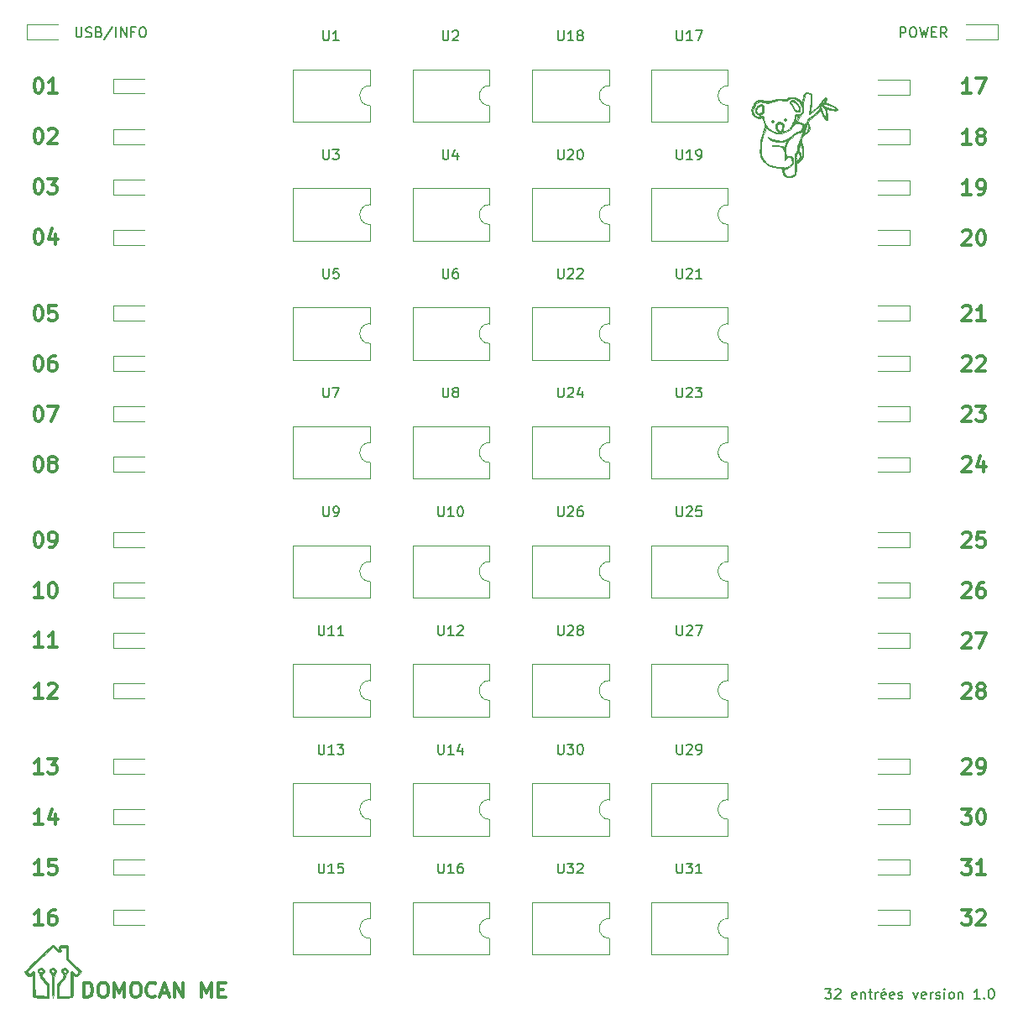
<source format=gto>
G04 #@! TF.FileFunction,Legend,Top*
%FSLAX46Y46*%
G04 Gerber Fmt 4.6, Leading zero omitted, Abs format (unit mm)*
G04 Created by KiCad (PCBNEW 4.0.7) date 02/16/18 20:59:03*
%MOMM*%
%LPD*%
G01*
G04 APERTURE LIST*
%ADD10C,0.100000*%
%ADD11C,0.150000*%
%ADD12C,0.300000*%
%ADD13C,0.120000*%
%ADD14C,0.010000*%
G04 APERTURE END LIST*
D10*
D11*
X138080000Y-24322381D02*
X138080000Y-25131905D01*
X138127619Y-25227143D01*
X138175238Y-25274762D01*
X138270476Y-25322381D01*
X138460953Y-25322381D01*
X138556191Y-25274762D01*
X138603810Y-25227143D01*
X138651429Y-25131905D01*
X138651429Y-24322381D01*
X139080000Y-25274762D02*
X139222857Y-25322381D01*
X139460953Y-25322381D01*
X139556191Y-25274762D01*
X139603810Y-25227143D01*
X139651429Y-25131905D01*
X139651429Y-25036667D01*
X139603810Y-24941429D01*
X139556191Y-24893810D01*
X139460953Y-24846190D01*
X139270476Y-24798571D01*
X139175238Y-24750952D01*
X139127619Y-24703333D01*
X139080000Y-24608095D01*
X139080000Y-24512857D01*
X139127619Y-24417619D01*
X139175238Y-24370000D01*
X139270476Y-24322381D01*
X139508572Y-24322381D01*
X139651429Y-24370000D01*
X140413334Y-24798571D02*
X140556191Y-24846190D01*
X140603810Y-24893810D01*
X140651429Y-24989048D01*
X140651429Y-25131905D01*
X140603810Y-25227143D01*
X140556191Y-25274762D01*
X140460953Y-25322381D01*
X140080000Y-25322381D01*
X140080000Y-24322381D01*
X140413334Y-24322381D01*
X140508572Y-24370000D01*
X140556191Y-24417619D01*
X140603810Y-24512857D01*
X140603810Y-24608095D01*
X140556191Y-24703333D01*
X140508572Y-24750952D01*
X140413334Y-24798571D01*
X140080000Y-24798571D01*
X141794286Y-24274762D02*
X140937143Y-25560476D01*
X142127619Y-25322381D02*
X142127619Y-24322381D01*
X142603809Y-25322381D02*
X142603809Y-24322381D01*
X143175238Y-25322381D01*
X143175238Y-24322381D01*
X143984762Y-24798571D02*
X143651428Y-24798571D01*
X143651428Y-25322381D02*
X143651428Y-24322381D01*
X144127619Y-24322381D01*
X144699047Y-24322381D02*
X144889524Y-24322381D01*
X144984762Y-24370000D01*
X145080000Y-24465238D01*
X145127619Y-24655714D01*
X145127619Y-24989048D01*
X145080000Y-25179524D01*
X144984762Y-25274762D01*
X144889524Y-25322381D01*
X144699047Y-25322381D01*
X144603809Y-25274762D01*
X144508571Y-25179524D01*
X144460952Y-24989048D01*
X144460952Y-24655714D01*
X144508571Y-24465238D01*
X144603809Y-24370000D01*
X144699047Y-24322381D01*
X221230476Y-25322381D02*
X221230476Y-24322381D01*
X221611429Y-24322381D01*
X221706667Y-24370000D01*
X221754286Y-24417619D01*
X221801905Y-24512857D01*
X221801905Y-24655714D01*
X221754286Y-24750952D01*
X221706667Y-24798571D01*
X221611429Y-24846190D01*
X221230476Y-24846190D01*
X222420952Y-24322381D02*
X222611429Y-24322381D01*
X222706667Y-24370000D01*
X222801905Y-24465238D01*
X222849524Y-24655714D01*
X222849524Y-24989048D01*
X222801905Y-25179524D01*
X222706667Y-25274762D01*
X222611429Y-25322381D01*
X222420952Y-25322381D01*
X222325714Y-25274762D01*
X222230476Y-25179524D01*
X222182857Y-24989048D01*
X222182857Y-24655714D01*
X222230476Y-24465238D01*
X222325714Y-24370000D01*
X222420952Y-24322381D01*
X223182857Y-24322381D02*
X223420952Y-25322381D01*
X223611429Y-24608095D01*
X223801905Y-25322381D01*
X224040000Y-24322381D01*
X224420952Y-24798571D02*
X224754286Y-24798571D01*
X224897143Y-25322381D02*
X224420952Y-25322381D01*
X224420952Y-24322381D01*
X224897143Y-24322381D01*
X225897143Y-25322381D02*
X225563809Y-24846190D01*
X225325714Y-25322381D02*
X225325714Y-24322381D01*
X225706667Y-24322381D01*
X225801905Y-24370000D01*
X225849524Y-24417619D01*
X225897143Y-24512857D01*
X225897143Y-24655714D01*
X225849524Y-24750952D01*
X225801905Y-24798571D01*
X225706667Y-24846190D01*
X225325714Y-24846190D01*
X213651902Y-121332381D02*
X214270950Y-121332381D01*
X213937616Y-121713333D01*
X214080474Y-121713333D01*
X214175712Y-121760952D01*
X214223331Y-121808571D01*
X214270950Y-121903810D01*
X214270950Y-122141905D01*
X214223331Y-122237143D01*
X214175712Y-122284762D01*
X214080474Y-122332381D01*
X213794759Y-122332381D01*
X213699521Y-122284762D01*
X213651902Y-122237143D01*
X214651902Y-121427619D02*
X214699521Y-121380000D01*
X214794759Y-121332381D01*
X215032855Y-121332381D01*
X215128093Y-121380000D01*
X215175712Y-121427619D01*
X215223331Y-121522857D01*
X215223331Y-121618095D01*
X215175712Y-121760952D01*
X214604283Y-122332381D01*
X215223331Y-122332381D01*
X216794760Y-122284762D02*
X216699522Y-122332381D01*
X216509045Y-122332381D01*
X216413807Y-122284762D01*
X216366188Y-122189524D01*
X216366188Y-121808571D01*
X216413807Y-121713333D01*
X216509045Y-121665714D01*
X216699522Y-121665714D01*
X216794760Y-121713333D01*
X216842379Y-121808571D01*
X216842379Y-121903810D01*
X216366188Y-121999048D01*
X217270950Y-121665714D02*
X217270950Y-122332381D01*
X217270950Y-121760952D02*
X217318569Y-121713333D01*
X217413807Y-121665714D01*
X217556665Y-121665714D01*
X217651903Y-121713333D01*
X217699522Y-121808571D01*
X217699522Y-122332381D01*
X218032855Y-121665714D02*
X218413807Y-121665714D01*
X218175712Y-121332381D02*
X218175712Y-122189524D01*
X218223331Y-122284762D01*
X218318569Y-122332381D01*
X218413807Y-122332381D01*
X218747141Y-122332381D02*
X218747141Y-121665714D01*
X218747141Y-121856190D02*
X218794760Y-121760952D01*
X218842379Y-121713333D01*
X218937617Y-121665714D01*
X219032856Y-121665714D01*
X219747142Y-122284762D02*
X219651904Y-122332381D01*
X219461427Y-122332381D01*
X219366189Y-122284762D01*
X219318570Y-122189524D01*
X219318570Y-121808571D01*
X219366189Y-121713333D01*
X219461427Y-121665714D01*
X219651904Y-121665714D01*
X219747142Y-121713333D01*
X219794761Y-121808571D01*
X219794761Y-121903810D01*
X219318570Y-121999048D01*
X219651904Y-121284762D02*
X219509046Y-121427619D01*
X220604285Y-122284762D02*
X220509047Y-122332381D01*
X220318570Y-122332381D01*
X220223332Y-122284762D01*
X220175713Y-122189524D01*
X220175713Y-121808571D01*
X220223332Y-121713333D01*
X220318570Y-121665714D01*
X220509047Y-121665714D01*
X220604285Y-121713333D01*
X220651904Y-121808571D01*
X220651904Y-121903810D01*
X220175713Y-121999048D01*
X221032856Y-122284762D02*
X221128094Y-122332381D01*
X221318570Y-122332381D01*
X221413809Y-122284762D01*
X221461428Y-122189524D01*
X221461428Y-122141905D01*
X221413809Y-122046667D01*
X221318570Y-121999048D01*
X221175713Y-121999048D01*
X221080475Y-121951429D01*
X221032856Y-121856190D01*
X221032856Y-121808571D01*
X221080475Y-121713333D01*
X221175713Y-121665714D01*
X221318570Y-121665714D01*
X221413809Y-121713333D01*
X222556666Y-121665714D02*
X222794761Y-122332381D01*
X223032857Y-121665714D01*
X223794762Y-122284762D02*
X223699524Y-122332381D01*
X223509047Y-122332381D01*
X223413809Y-122284762D01*
X223366190Y-122189524D01*
X223366190Y-121808571D01*
X223413809Y-121713333D01*
X223509047Y-121665714D01*
X223699524Y-121665714D01*
X223794762Y-121713333D01*
X223842381Y-121808571D01*
X223842381Y-121903810D01*
X223366190Y-121999048D01*
X224270952Y-122332381D02*
X224270952Y-121665714D01*
X224270952Y-121856190D02*
X224318571Y-121760952D01*
X224366190Y-121713333D01*
X224461428Y-121665714D01*
X224556667Y-121665714D01*
X224842381Y-122284762D02*
X224937619Y-122332381D01*
X225128095Y-122332381D01*
X225223334Y-122284762D01*
X225270953Y-122189524D01*
X225270953Y-122141905D01*
X225223334Y-122046667D01*
X225128095Y-121999048D01*
X224985238Y-121999048D01*
X224890000Y-121951429D01*
X224842381Y-121856190D01*
X224842381Y-121808571D01*
X224890000Y-121713333D01*
X224985238Y-121665714D01*
X225128095Y-121665714D01*
X225223334Y-121713333D01*
X225699524Y-122332381D02*
X225699524Y-121665714D01*
X225699524Y-121332381D02*
X225651905Y-121380000D01*
X225699524Y-121427619D01*
X225747143Y-121380000D01*
X225699524Y-121332381D01*
X225699524Y-121427619D01*
X226318571Y-122332381D02*
X226223333Y-122284762D01*
X226175714Y-122237143D01*
X226128095Y-122141905D01*
X226128095Y-121856190D01*
X226175714Y-121760952D01*
X226223333Y-121713333D01*
X226318571Y-121665714D01*
X226461429Y-121665714D01*
X226556667Y-121713333D01*
X226604286Y-121760952D01*
X226651905Y-121856190D01*
X226651905Y-122141905D01*
X226604286Y-122237143D01*
X226556667Y-122284762D01*
X226461429Y-122332381D01*
X226318571Y-122332381D01*
X227080476Y-121665714D02*
X227080476Y-122332381D01*
X227080476Y-121760952D02*
X227128095Y-121713333D01*
X227223333Y-121665714D01*
X227366191Y-121665714D01*
X227461429Y-121713333D01*
X227509048Y-121808571D01*
X227509048Y-122332381D01*
X229270953Y-122332381D02*
X228699524Y-122332381D01*
X228985238Y-122332381D02*
X228985238Y-121332381D01*
X228890000Y-121475238D01*
X228794762Y-121570476D01*
X228699524Y-121618095D01*
X229699524Y-122237143D02*
X229747143Y-122284762D01*
X229699524Y-122332381D01*
X229651905Y-122284762D01*
X229699524Y-122237143D01*
X229699524Y-122332381D01*
X230366190Y-121332381D02*
X230461429Y-121332381D01*
X230556667Y-121380000D01*
X230604286Y-121427619D01*
X230651905Y-121522857D01*
X230699524Y-121713333D01*
X230699524Y-121951429D01*
X230651905Y-122141905D01*
X230604286Y-122237143D01*
X230556667Y-122284762D01*
X230461429Y-122332381D01*
X230366190Y-122332381D01*
X230270952Y-122284762D01*
X230223333Y-122237143D01*
X230175714Y-122141905D01*
X230128095Y-121951429D01*
X230128095Y-121713333D01*
X230175714Y-121522857D01*
X230223333Y-121427619D01*
X230270952Y-121380000D01*
X230366190Y-121332381D01*
D12*
X138892857Y-122178571D02*
X138892857Y-120678571D01*
X139250000Y-120678571D01*
X139464285Y-120750000D01*
X139607143Y-120892857D01*
X139678571Y-121035714D01*
X139750000Y-121321429D01*
X139750000Y-121535714D01*
X139678571Y-121821429D01*
X139607143Y-121964286D01*
X139464285Y-122107143D01*
X139250000Y-122178571D01*
X138892857Y-122178571D01*
X140678571Y-120678571D02*
X140964285Y-120678571D01*
X141107143Y-120750000D01*
X141250000Y-120892857D01*
X141321428Y-121178571D01*
X141321428Y-121678571D01*
X141250000Y-121964286D01*
X141107143Y-122107143D01*
X140964285Y-122178571D01*
X140678571Y-122178571D01*
X140535714Y-122107143D01*
X140392857Y-121964286D01*
X140321428Y-121678571D01*
X140321428Y-121178571D01*
X140392857Y-120892857D01*
X140535714Y-120750000D01*
X140678571Y-120678571D01*
X141964286Y-122178571D02*
X141964286Y-120678571D01*
X142464286Y-121750000D01*
X142964286Y-120678571D01*
X142964286Y-122178571D01*
X143964286Y-120678571D02*
X144250000Y-120678571D01*
X144392858Y-120750000D01*
X144535715Y-120892857D01*
X144607143Y-121178571D01*
X144607143Y-121678571D01*
X144535715Y-121964286D01*
X144392858Y-122107143D01*
X144250000Y-122178571D01*
X143964286Y-122178571D01*
X143821429Y-122107143D01*
X143678572Y-121964286D01*
X143607143Y-121678571D01*
X143607143Y-121178571D01*
X143678572Y-120892857D01*
X143821429Y-120750000D01*
X143964286Y-120678571D01*
X146107144Y-122035714D02*
X146035715Y-122107143D01*
X145821429Y-122178571D01*
X145678572Y-122178571D01*
X145464287Y-122107143D01*
X145321429Y-121964286D01*
X145250001Y-121821429D01*
X145178572Y-121535714D01*
X145178572Y-121321429D01*
X145250001Y-121035714D01*
X145321429Y-120892857D01*
X145464287Y-120750000D01*
X145678572Y-120678571D01*
X145821429Y-120678571D01*
X146035715Y-120750000D01*
X146107144Y-120821429D01*
X146678572Y-121750000D02*
X147392858Y-121750000D01*
X146535715Y-122178571D02*
X147035715Y-120678571D01*
X147535715Y-122178571D01*
X148035715Y-122178571D02*
X148035715Y-120678571D01*
X148892858Y-122178571D01*
X148892858Y-120678571D01*
X150750001Y-122178571D02*
X150750001Y-120678571D01*
X151250001Y-121750000D01*
X151750001Y-120678571D01*
X151750001Y-122178571D01*
X152464287Y-121392857D02*
X152964287Y-121392857D01*
X153178573Y-122178571D02*
X152464287Y-122178571D01*
X152464287Y-120678571D01*
X153178573Y-120678571D01*
X227465715Y-113378571D02*
X228394286Y-113378571D01*
X227894286Y-113950000D01*
X228108572Y-113950000D01*
X228251429Y-114021429D01*
X228322858Y-114092857D01*
X228394286Y-114235714D01*
X228394286Y-114592857D01*
X228322858Y-114735714D01*
X228251429Y-114807143D01*
X228108572Y-114878571D01*
X227680000Y-114878571D01*
X227537143Y-114807143D01*
X227465715Y-114735714D01*
X228965714Y-113521429D02*
X229037143Y-113450000D01*
X229180000Y-113378571D01*
X229537143Y-113378571D01*
X229680000Y-113450000D01*
X229751429Y-113521429D01*
X229822857Y-113664286D01*
X229822857Y-113807143D01*
X229751429Y-114021429D01*
X228894286Y-114878571D01*
X229822857Y-114878571D01*
X227465715Y-108298571D02*
X228394286Y-108298571D01*
X227894286Y-108870000D01*
X228108572Y-108870000D01*
X228251429Y-108941429D01*
X228322858Y-109012857D01*
X228394286Y-109155714D01*
X228394286Y-109512857D01*
X228322858Y-109655714D01*
X228251429Y-109727143D01*
X228108572Y-109798571D01*
X227680000Y-109798571D01*
X227537143Y-109727143D01*
X227465715Y-109655714D01*
X229822857Y-109798571D02*
X228965714Y-109798571D01*
X229394286Y-109798571D02*
X229394286Y-108298571D01*
X229251429Y-108512857D01*
X229108571Y-108655714D01*
X228965714Y-108727143D01*
X227465715Y-103218571D02*
X228394286Y-103218571D01*
X227894286Y-103790000D01*
X228108572Y-103790000D01*
X228251429Y-103861429D01*
X228322858Y-103932857D01*
X228394286Y-104075714D01*
X228394286Y-104432857D01*
X228322858Y-104575714D01*
X228251429Y-104647143D01*
X228108572Y-104718571D01*
X227680000Y-104718571D01*
X227537143Y-104647143D01*
X227465715Y-104575714D01*
X229322857Y-103218571D02*
X229465714Y-103218571D01*
X229608571Y-103290000D01*
X229680000Y-103361429D01*
X229751429Y-103504286D01*
X229822857Y-103790000D01*
X229822857Y-104147143D01*
X229751429Y-104432857D01*
X229680000Y-104575714D01*
X229608571Y-104647143D01*
X229465714Y-104718571D01*
X229322857Y-104718571D01*
X229180000Y-104647143D01*
X229108571Y-104575714D01*
X229037143Y-104432857D01*
X228965714Y-104147143D01*
X228965714Y-103790000D01*
X229037143Y-103504286D01*
X229108571Y-103361429D01*
X229180000Y-103290000D01*
X229322857Y-103218571D01*
X227537143Y-98281429D02*
X227608572Y-98210000D01*
X227751429Y-98138571D01*
X228108572Y-98138571D01*
X228251429Y-98210000D01*
X228322858Y-98281429D01*
X228394286Y-98424286D01*
X228394286Y-98567143D01*
X228322858Y-98781429D01*
X227465715Y-99638571D01*
X228394286Y-99638571D01*
X229108571Y-99638571D02*
X229394286Y-99638571D01*
X229537143Y-99567143D01*
X229608571Y-99495714D01*
X229751429Y-99281429D01*
X229822857Y-98995714D01*
X229822857Y-98424286D01*
X229751429Y-98281429D01*
X229680000Y-98210000D01*
X229537143Y-98138571D01*
X229251429Y-98138571D01*
X229108571Y-98210000D01*
X229037143Y-98281429D01*
X228965714Y-98424286D01*
X228965714Y-98781429D01*
X229037143Y-98924286D01*
X229108571Y-98995714D01*
X229251429Y-99067143D01*
X229537143Y-99067143D01*
X229680000Y-98995714D01*
X229751429Y-98924286D01*
X229822857Y-98781429D01*
X227537143Y-90651429D02*
X227608572Y-90580000D01*
X227751429Y-90508571D01*
X228108572Y-90508571D01*
X228251429Y-90580000D01*
X228322858Y-90651429D01*
X228394286Y-90794286D01*
X228394286Y-90937143D01*
X228322858Y-91151429D01*
X227465715Y-92008571D01*
X228394286Y-92008571D01*
X229251429Y-91151429D02*
X229108571Y-91080000D01*
X229037143Y-91008571D01*
X228965714Y-90865714D01*
X228965714Y-90794286D01*
X229037143Y-90651429D01*
X229108571Y-90580000D01*
X229251429Y-90508571D01*
X229537143Y-90508571D01*
X229680000Y-90580000D01*
X229751429Y-90651429D01*
X229822857Y-90794286D01*
X229822857Y-90865714D01*
X229751429Y-91008571D01*
X229680000Y-91080000D01*
X229537143Y-91151429D01*
X229251429Y-91151429D01*
X229108571Y-91222857D01*
X229037143Y-91294286D01*
X228965714Y-91437143D01*
X228965714Y-91722857D01*
X229037143Y-91865714D01*
X229108571Y-91937143D01*
X229251429Y-92008571D01*
X229537143Y-92008571D01*
X229680000Y-91937143D01*
X229751429Y-91865714D01*
X229822857Y-91722857D01*
X229822857Y-91437143D01*
X229751429Y-91294286D01*
X229680000Y-91222857D01*
X229537143Y-91151429D01*
X227537143Y-85581429D02*
X227608572Y-85510000D01*
X227751429Y-85438571D01*
X228108572Y-85438571D01*
X228251429Y-85510000D01*
X228322858Y-85581429D01*
X228394286Y-85724286D01*
X228394286Y-85867143D01*
X228322858Y-86081429D01*
X227465715Y-86938571D01*
X228394286Y-86938571D01*
X228894286Y-85438571D02*
X229894286Y-85438571D01*
X229251429Y-86938571D01*
X227537143Y-80501429D02*
X227608572Y-80430000D01*
X227751429Y-80358571D01*
X228108572Y-80358571D01*
X228251429Y-80430000D01*
X228322858Y-80501429D01*
X228394286Y-80644286D01*
X228394286Y-80787143D01*
X228322858Y-81001429D01*
X227465715Y-81858571D01*
X228394286Y-81858571D01*
X229680000Y-80358571D02*
X229394286Y-80358571D01*
X229251429Y-80430000D01*
X229180000Y-80501429D01*
X229037143Y-80715714D01*
X228965714Y-81001429D01*
X228965714Y-81572857D01*
X229037143Y-81715714D01*
X229108571Y-81787143D01*
X229251429Y-81858571D01*
X229537143Y-81858571D01*
X229680000Y-81787143D01*
X229751429Y-81715714D01*
X229822857Y-81572857D01*
X229822857Y-81215714D01*
X229751429Y-81072857D01*
X229680000Y-81001429D01*
X229537143Y-80930000D01*
X229251429Y-80930000D01*
X229108571Y-81001429D01*
X229037143Y-81072857D01*
X228965714Y-81215714D01*
X227537143Y-75421429D02*
X227608572Y-75350000D01*
X227751429Y-75278571D01*
X228108572Y-75278571D01*
X228251429Y-75350000D01*
X228322858Y-75421429D01*
X228394286Y-75564286D01*
X228394286Y-75707143D01*
X228322858Y-75921429D01*
X227465715Y-76778571D01*
X228394286Y-76778571D01*
X229751429Y-75278571D02*
X229037143Y-75278571D01*
X228965714Y-75992857D01*
X229037143Y-75921429D01*
X229180000Y-75850000D01*
X229537143Y-75850000D01*
X229680000Y-75921429D01*
X229751429Y-75992857D01*
X229822857Y-76135714D01*
X229822857Y-76492857D01*
X229751429Y-76635714D01*
X229680000Y-76707143D01*
X229537143Y-76778571D01*
X229180000Y-76778571D01*
X229037143Y-76707143D01*
X228965714Y-76635714D01*
X227537143Y-67801429D02*
X227608572Y-67730000D01*
X227751429Y-67658571D01*
X228108572Y-67658571D01*
X228251429Y-67730000D01*
X228322858Y-67801429D01*
X228394286Y-67944286D01*
X228394286Y-68087143D01*
X228322858Y-68301429D01*
X227465715Y-69158571D01*
X228394286Y-69158571D01*
X229680000Y-68158571D02*
X229680000Y-69158571D01*
X229322857Y-67587143D02*
X228965714Y-68658571D01*
X229894286Y-68658571D01*
X227537143Y-62731429D02*
X227608572Y-62660000D01*
X227751429Y-62588571D01*
X228108572Y-62588571D01*
X228251429Y-62660000D01*
X228322858Y-62731429D01*
X228394286Y-62874286D01*
X228394286Y-63017143D01*
X228322858Y-63231429D01*
X227465715Y-64088571D01*
X228394286Y-64088571D01*
X228894286Y-62588571D02*
X229822857Y-62588571D01*
X229322857Y-63160000D01*
X229537143Y-63160000D01*
X229680000Y-63231429D01*
X229751429Y-63302857D01*
X229822857Y-63445714D01*
X229822857Y-63802857D01*
X229751429Y-63945714D01*
X229680000Y-64017143D01*
X229537143Y-64088571D01*
X229108571Y-64088571D01*
X228965714Y-64017143D01*
X228894286Y-63945714D01*
X227537143Y-57621429D02*
X227608572Y-57550000D01*
X227751429Y-57478571D01*
X228108572Y-57478571D01*
X228251429Y-57550000D01*
X228322858Y-57621429D01*
X228394286Y-57764286D01*
X228394286Y-57907143D01*
X228322858Y-58121429D01*
X227465715Y-58978571D01*
X228394286Y-58978571D01*
X228965714Y-57621429D02*
X229037143Y-57550000D01*
X229180000Y-57478571D01*
X229537143Y-57478571D01*
X229680000Y-57550000D01*
X229751429Y-57621429D01*
X229822857Y-57764286D01*
X229822857Y-57907143D01*
X229751429Y-58121429D01*
X228894286Y-58978571D01*
X229822857Y-58978571D01*
X227537143Y-52561429D02*
X227608572Y-52490000D01*
X227751429Y-52418571D01*
X228108572Y-52418571D01*
X228251429Y-52490000D01*
X228322858Y-52561429D01*
X228394286Y-52704286D01*
X228394286Y-52847143D01*
X228322858Y-53061429D01*
X227465715Y-53918571D01*
X228394286Y-53918571D01*
X229822857Y-53918571D02*
X228965714Y-53918571D01*
X229394286Y-53918571D02*
X229394286Y-52418571D01*
X229251429Y-52632857D01*
X229108571Y-52775714D01*
X228965714Y-52847143D01*
X227537143Y-44941429D02*
X227608572Y-44870000D01*
X227751429Y-44798571D01*
X228108572Y-44798571D01*
X228251429Y-44870000D01*
X228322858Y-44941429D01*
X228394286Y-45084286D01*
X228394286Y-45227143D01*
X228322858Y-45441429D01*
X227465715Y-46298571D01*
X228394286Y-46298571D01*
X229322857Y-44798571D02*
X229465714Y-44798571D01*
X229608571Y-44870000D01*
X229680000Y-44941429D01*
X229751429Y-45084286D01*
X229822857Y-45370000D01*
X229822857Y-45727143D01*
X229751429Y-46012857D01*
X229680000Y-46155714D01*
X229608571Y-46227143D01*
X229465714Y-46298571D01*
X229322857Y-46298571D01*
X229180000Y-46227143D01*
X229108571Y-46155714D01*
X229037143Y-46012857D01*
X228965714Y-45727143D01*
X228965714Y-45370000D01*
X229037143Y-45084286D01*
X229108571Y-44941429D01*
X229180000Y-44870000D01*
X229322857Y-44798571D01*
X228394286Y-41208571D02*
X227537143Y-41208571D01*
X227965715Y-41208571D02*
X227965715Y-39708571D01*
X227822858Y-39922857D01*
X227680000Y-40065714D01*
X227537143Y-40137143D01*
X229108571Y-41208571D02*
X229394286Y-41208571D01*
X229537143Y-41137143D01*
X229608571Y-41065714D01*
X229751429Y-40851429D01*
X229822857Y-40565714D01*
X229822857Y-39994286D01*
X229751429Y-39851429D01*
X229680000Y-39780000D01*
X229537143Y-39708571D01*
X229251429Y-39708571D01*
X229108571Y-39780000D01*
X229037143Y-39851429D01*
X228965714Y-39994286D01*
X228965714Y-40351429D01*
X229037143Y-40494286D01*
X229108571Y-40565714D01*
X229251429Y-40637143D01*
X229537143Y-40637143D01*
X229680000Y-40565714D01*
X229751429Y-40494286D01*
X229822857Y-40351429D01*
X228394286Y-36108571D02*
X227537143Y-36108571D01*
X227965715Y-36108571D02*
X227965715Y-34608571D01*
X227822858Y-34822857D01*
X227680000Y-34965714D01*
X227537143Y-35037143D01*
X229251429Y-35251429D02*
X229108571Y-35180000D01*
X229037143Y-35108571D01*
X228965714Y-34965714D01*
X228965714Y-34894286D01*
X229037143Y-34751429D01*
X229108571Y-34680000D01*
X229251429Y-34608571D01*
X229537143Y-34608571D01*
X229680000Y-34680000D01*
X229751429Y-34751429D01*
X229822857Y-34894286D01*
X229822857Y-34965714D01*
X229751429Y-35108571D01*
X229680000Y-35180000D01*
X229537143Y-35251429D01*
X229251429Y-35251429D01*
X229108571Y-35322857D01*
X229037143Y-35394286D01*
X228965714Y-35537143D01*
X228965714Y-35822857D01*
X229037143Y-35965714D01*
X229108571Y-36037143D01*
X229251429Y-36108571D01*
X229537143Y-36108571D01*
X229680000Y-36037143D01*
X229751429Y-35965714D01*
X229822857Y-35822857D01*
X229822857Y-35537143D01*
X229751429Y-35394286D01*
X229680000Y-35322857D01*
X229537143Y-35251429D01*
X228394286Y-30988571D02*
X227537143Y-30988571D01*
X227965715Y-30988571D02*
X227965715Y-29488571D01*
X227822858Y-29702857D01*
X227680000Y-29845714D01*
X227537143Y-29917143D01*
X228894286Y-29488571D02*
X229894286Y-29488571D01*
X229251429Y-30988571D01*
X134714286Y-114848571D02*
X133857143Y-114848571D01*
X134285715Y-114848571D02*
X134285715Y-113348571D01*
X134142858Y-113562857D01*
X134000000Y-113705714D01*
X133857143Y-113777143D01*
X136000000Y-113348571D02*
X135714286Y-113348571D01*
X135571429Y-113420000D01*
X135500000Y-113491429D01*
X135357143Y-113705714D01*
X135285714Y-113991429D01*
X135285714Y-114562857D01*
X135357143Y-114705714D01*
X135428571Y-114777143D01*
X135571429Y-114848571D01*
X135857143Y-114848571D01*
X136000000Y-114777143D01*
X136071429Y-114705714D01*
X136142857Y-114562857D01*
X136142857Y-114205714D01*
X136071429Y-114062857D01*
X136000000Y-113991429D01*
X135857143Y-113920000D01*
X135571429Y-113920000D01*
X135428571Y-113991429D01*
X135357143Y-114062857D01*
X135285714Y-114205714D01*
X134714286Y-109778571D02*
X133857143Y-109778571D01*
X134285715Y-109778571D02*
X134285715Y-108278571D01*
X134142858Y-108492857D01*
X134000000Y-108635714D01*
X133857143Y-108707143D01*
X136071429Y-108278571D02*
X135357143Y-108278571D01*
X135285714Y-108992857D01*
X135357143Y-108921429D01*
X135500000Y-108850000D01*
X135857143Y-108850000D01*
X136000000Y-108921429D01*
X136071429Y-108992857D01*
X136142857Y-109135714D01*
X136142857Y-109492857D01*
X136071429Y-109635714D01*
X136000000Y-109707143D01*
X135857143Y-109778571D01*
X135500000Y-109778571D01*
X135357143Y-109707143D01*
X135285714Y-109635714D01*
X134714286Y-104728571D02*
X133857143Y-104728571D01*
X134285715Y-104728571D02*
X134285715Y-103228571D01*
X134142858Y-103442857D01*
X134000000Y-103585714D01*
X133857143Y-103657143D01*
X136000000Y-103728571D02*
X136000000Y-104728571D01*
X135642857Y-103157143D02*
X135285714Y-104228571D01*
X136214286Y-104228571D01*
X134714286Y-99598571D02*
X133857143Y-99598571D01*
X134285715Y-99598571D02*
X134285715Y-98098571D01*
X134142858Y-98312857D01*
X134000000Y-98455714D01*
X133857143Y-98527143D01*
X135214286Y-98098571D02*
X136142857Y-98098571D01*
X135642857Y-98670000D01*
X135857143Y-98670000D01*
X136000000Y-98741429D01*
X136071429Y-98812857D01*
X136142857Y-98955714D01*
X136142857Y-99312857D01*
X136071429Y-99455714D01*
X136000000Y-99527143D01*
X135857143Y-99598571D01*
X135428571Y-99598571D01*
X135285714Y-99527143D01*
X135214286Y-99455714D01*
X134714286Y-91978571D02*
X133857143Y-91978571D01*
X134285715Y-91978571D02*
X134285715Y-90478571D01*
X134142858Y-90692857D01*
X134000000Y-90835714D01*
X133857143Y-90907143D01*
X135285714Y-90621429D02*
X135357143Y-90550000D01*
X135500000Y-90478571D01*
X135857143Y-90478571D01*
X136000000Y-90550000D01*
X136071429Y-90621429D01*
X136142857Y-90764286D01*
X136142857Y-90907143D01*
X136071429Y-91121429D01*
X135214286Y-91978571D01*
X136142857Y-91978571D01*
X134714286Y-86838571D02*
X133857143Y-86838571D01*
X134285715Y-86838571D02*
X134285715Y-85338571D01*
X134142858Y-85552857D01*
X134000000Y-85695714D01*
X133857143Y-85767143D01*
X136142857Y-86838571D02*
X135285714Y-86838571D01*
X135714286Y-86838571D02*
X135714286Y-85338571D01*
X135571429Y-85552857D01*
X135428571Y-85695714D01*
X135285714Y-85767143D01*
X134714286Y-81828571D02*
X133857143Y-81828571D01*
X134285715Y-81828571D02*
X134285715Y-80328571D01*
X134142858Y-80542857D01*
X134000000Y-80685714D01*
X133857143Y-80757143D01*
X135642857Y-80328571D02*
X135785714Y-80328571D01*
X135928571Y-80400000D01*
X136000000Y-80471429D01*
X136071429Y-80614286D01*
X136142857Y-80900000D01*
X136142857Y-81257143D01*
X136071429Y-81542857D01*
X136000000Y-81685714D01*
X135928571Y-81757143D01*
X135785714Y-81828571D01*
X135642857Y-81828571D01*
X135500000Y-81757143D01*
X135428571Y-81685714D01*
X135357143Y-81542857D01*
X135285714Y-81257143D01*
X135285714Y-80900000D01*
X135357143Y-80614286D01*
X135428571Y-80471429D01*
X135500000Y-80400000D01*
X135642857Y-80328571D01*
X134214286Y-75238571D02*
X134357143Y-75238571D01*
X134500000Y-75310000D01*
X134571429Y-75381429D01*
X134642858Y-75524286D01*
X134714286Y-75810000D01*
X134714286Y-76167143D01*
X134642858Y-76452857D01*
X134571429Y-76595714D01*
X134500000Y-76667143D01*
X134357143Y-76738571D01*
X134214286Y-76738571D01*
X134071429Y-76667143D01*
X134000000Y-76595714D01*
X133928572Y-76452857D01*
X133857143Y-76167143D01*
X133857143Y-75810000D01*
X133928572Y-75524286D01*
X134000000Y-75381429D01*
X134071429Y-75310000D01*
X134214286Y-75238571D01*
X135428571Y-76738571D02*
X135714286Y-76738571D01*
X135857143Y-76667143D01*
X135928571Y-76595714D01*
X136071429Y-76381429D01*
X136142857Y-76095714D01*
X136142857Y-75524286D01*
X136071429Y-75381429D01*
X136000000Y-75310000D01*
X135857143Y-75238571D01*
X135571429Y-75238571D01*
X135428571Y-75310000D01*
X135357143Y-75381429D01*
X135285714Y-75524286D01*
X135285714Y-75881429D01*
X135357143Y-76024286D01*
X135428571Y-76095714D01*
X135571429Y-76167143D01*
X135857143Y-76167143D01*
X136000000Y-76095714D01*
X136071429Y-76024286D01*
X136142857Y-75881429D01*
X134214286Y-67618571D02*
X134357143Y-67618571D01*
X134500000Y-67690000D01*
X134571429Y-67761429D01*
X134642858Y-67904286D01*
X134714286Y-68190000D01*
X134714286Y-68547143D01*
X134642858Y-68832857D01*
X134571429Y-68975714D01*
X134500000Y-69047143D01*
X134357143Y-69118571D01*
X134214286Y-69118571D01*
X134071429Y-69047143D01*
X134000000Y-68975714D01*
X133928572Y-68832857D01*
X133857143Y-68547143D01*
X133857143Y-68190000D01*
X133928572Y-67904286D01*
X134000000Y-67761429D01*
X134071429Y-67690000D01*
X134214286Y-67618571D01*
X135571429Y-68261429D02*
X135428571Y-68190000D01*
X135357143Y-68118571D01*
X135285714Y-67975714D01*
X135285714Y-67904286D01*
X135357143Y-67761429D01*
X135428571Y-67690000D01*
X135571429Y-67618571D01*
X135857143Y-67618571D01*
X136000000Y-67690000D01*
X136071429Y-67761429D01*
X136142857Y-67904286D01*
X136142857Y-67975714D01*
X136071429Y-68118571D01*
X136000000Y-68190000D01*
X135857143Y-68261429D01*
X135571429Y-68261429D01*
X135428571Y-68332857D01*
X135357143Y-68404286D01*
X135285714Y-68547143D01*
X135285714Y-68832857D01*
X135357143Y-68975714D01*
X135428571Y-69047143D01*
X135571429Y-69118571D01*
X135857143Y-69118571D01*
X136000000Y-69047143D01*
X136071429Y-68975714D01*
X136142857Y-68832857D01*
X136142857Y-68547143D01*
X136071429Y-68404286D01*
X136000000Y-68332857D01*
X135857143Y-68261429D01*
X134214286Y-62588571D02*
X134357143Y-62588571D01*
X134500000Y-62660000D01*
X134571429Y-62731429D01*
X134642858Y-62874286D01*
X134714286Y-63160000D01*
X134714286Y-63517143D01*
X134642858Y-63802857D01*
X134571429Y-63945714D01*
X134500000Y-64017143D01*
X134357143Y-64088571D01*
X134214286Y-64088571D01*
X134071429Y-64017143D01*
X134000000Y-63945714D01*
X133928572Y-63802857D01*
X133857143Y-63517143D01*
X133857143Y-63160000D01*
X133928572Y-62874286D01*
X134000000Y-62731429D01*
X134071429Y-62660000D01*
X134214286Y-62588571D01*
X135214286Y-62588571D02*
X136214286Y-62588571D01*
X135571429Y-64088571D01*
X134214286Y-57478571D02*
X134357143Y-57478571D01*
X134500000Y-57550000D01*
X134571429Y-57621429D01*
X134642858Y-57764286D01*
X134714286Y-58050000D01*
X134714286Y-58407143D01*
X134642858Y-58692857D01*
X134571429Y-58835714D01*
X134500000Y-58907143D01*
X134357143Y-58978571D01*
X134214286Y-58978571D01*
X134071429Y-58907143D01*
X134000000Y-58835714D01*
X133928572Y-58692857D01*
X133857143Y-58407143D01*
X133857143Y-58050000D01*
X133928572Y-57764286D01*
X134000000Y-57621429D01*
X134071429Y-57550000D01*
X134214286Y-57478571D01*
X136000000Y-57478571D02*
X135714286Y-57478571D01*
X135571429Y-57550000D01*
X135500000Y-57621429D01*
X135357143Y-57835714D01*
X135285714Y-58121429D01*
X135285714Y-58692857D01*
X135357143Y-58835714D01*
X135428571Y-58907143D01*
X135571429Y-58978571D01*
X135857143Y-58978571D01*
X136000000Y-58907143D01*
X136071429Y-58835714D01*
X136142857Y-58692857D01*
X136142857Y-58335714D01*
X136071429Y-58192857D01*
X136000000Y-58121429D01*
X135857143Y-58050000D01*
X135571429Y-58050000D01*
X135428571Y-58121429D01*
X135357143Y-58192857D01*
X135285714Y-58335714D01*
X134214286Y-52428571D02*
X134357143Y-52428571D01*
X134500000Y-52500000D01*
X134571429Y-52571429D01*
X134642858Y-52714286D01*
X134714286Y-53000000D01*
X134714286Y-53357143D01*
X134642858Y-53642857D01*
X134571429Y-53785714D01*
X134500000Y-53857143D01*
X134357143Y-53928571D01*
X134214286Y-53928571D01*
X134071429Y-53857143D01*
X134000000Y-53785714D01*
X133928572Y-53642857D01*
X133857143Y-53357143D01*
X133857143Y-53000000D01*
X133928572Y-52714286D01*
X134000000Y-52571429D01*
X134071429Y-52500000D01*
X134214286Y-52428571D01*
X136071429Y-52428571D02*
X135357143Y-52428571D01*
X135285714Y-53142857D01*
X135357143Y-53071429D01*
X135500000Y-53000000D01*
X135857143Y-53000000D01*
X136000000Y-53071429D01*
X136071429Y-53142857D01*
X136142857Y-53285714D01*
X136142857Y-53642857D01*
X136071429Y-53785714D01*
X136000000Y-53857143D01*
X135857143Y-53928571D01*
X135500000Y-53928571D01*
X135357143Y-53857143D01*
X135285714Y-53785714D01*
X134214286Y-44708571D02*
X134357143Y-44708571D01*
X134500000Y-44780000D01*
X134571429Y-44851429D01*
X134642858Y-44994286D01*
X134714286Y-45280000D01*
X134714286Y-45637143D01*
X134642858Y-45922857D01*
X134571429Y-46065714D01*
X134500000Y-46137143D01*
X134357143Y-46208571D01*
X134214286Y-46208571D01*
X134071429Y-46137143D01*
X134000000Y-46065714D01*
X133928572Y-45922857D01*
X133857143Y-45637143D01*
X133857143Y-45280000D01*
X133928572Y-44994286D01*
X134000000Y-44851429D01*
X134071429Y-44780000D01*
X134214286Y-44708571D01*
X136000000Y-45208571D02*
X136000000Y-46208571D01*
X135642857Y-44637143D02*
X135285714Y-45708571D01*
X136214286Y-45708571D01*
X134214286Y-39618571D02*
X134357143Y-39618571D01*
X134500000Y-39690000D01*
X134571429Y-39761429D01*
X134642858Y-39904286D01*
X134714286Y-40190000D01*
X134714286Y-40547143D01*
X134642858Y-40832857D01*
X134571429Y-40975714D01*
X134500000Y-41047143D01*
X134357143Y-41118571D01*
X134214286Y-41118571D01*
X134071429Y-41047143D01*
X134000000Y-40975714D01*
X133928572Y-40832857D01*
X133857143Y-40547143D01*
X133857143Y-40190000D01*
X133928572Y-39904286D01*
X134000000Y-39761429D01*
X134071429Y-39690000D01*
X134214286Y-39618571D01*
X135214286Y-39618571D02*
X136142857Y-39618571D01*
X135642857Y-40190000D01*
X135857143Y-40190000D01*
X136000000Y-40261429D01*
X136071429Y-40332857D01*
X136142857Y-40475714D01*
X136142857Y-40832857D01*
X136071429Y-40975714D01*
X136000000Y-41047143D01*
X135857143Y-41118571D01*
X135428571Y-41118571D01*
X135285714Y-41047143D01*
X135214286Y-40975714D01*
X134214286Y-34538571D02*
X134357143Y-34538571D01*
X134500000Y-34610000D01*
X134571429Y-34681429D01*
X134642858Y-34824286D01*
X134714286Y-35110000D01*
X134714286Y-35467143D01*
X134642858Y-35752857D01*
X134571429Y-35895714D01*
X134500000Y-35967143D01*
X134357143Y-36038571D01*
X134214286Y-36038571D01*
X134071429Y-35967143D01*
X134000000Y-35895714D01*
X133928572Y-35752857D01*
X133857143Y-35467143D01*
X133857143Y-35110000D01*
X133928572Y-34824286D01*
X134000000Y-34681429D01*
X134071429Y-34610000D01*
X134214286Y-34538571D01*
X135285714Y-34681429D02*
X135357143Y-34610000D01*
X135500000Y-34538571D01*
X135857143Y-34538571D01*
X136000000Y-34610000D01*
X136071429Y-34681429D01*
X136142857Y-34824286D01*
X136142857Y-34967143D01*
X136071429Y-35181429D01*
X135214286Y-36038571D01*
X136142857Y-36038571D01*
X134214286Y-29438571D02*
X134357143Y-29438571D01*
X134500000Y-29510000D01*
X134571429Y-29581429D01*
X134642858Y-29724286D01*
X134714286Y-30010000D01*
X134714286Y-30367143D01*
X134642858Y-30652857D01*
X134571429Y-30795714D01*
X134500000Y-30867143D01*
X134357143Y-30938571D01*
X134214286Y-30938571D01*
X134071429Y-30867143D01*
X134000000Y-30795714D01*
X133928572Y-30652857D01*
X133857143Y-30367143D01*
X133857143Y-30010000D01*
X133928572Y-29724286D01*
X134000000Y-29581429D01*
X134071429Y-29510000D01*
X134214286Y-29438571D01*
X136142857Y-30938571D02*
X135285714Y-30938571D01*
X135714286Y-30938571D02*
X135714286Y-29438571D01*
X135571429Y-29652857D01*
X135428571Y-29795714D01*
X135285714Y-29867143D01*
D13*
X145000000Y-31010000D02*
X141800000Y-31010000D01*
X141800000Y-29510000D02*
X145000000Y-29510000D01*
X141800000Y-29510000D02*
X141800000Y-31010000D01*
X145000000Y-36110000D02*
X141800000Y-36110000D01*
X141800000Y-34610000D02*
X145000000Y-34610000D01*
X141800000Y-34610000D02*
X141800000Y-36110000D01*
X145000000Y-41190000D02*
X141800000Y-41190000D01*
X141800000Y-39690000D02*
X145000000Y-39690000D01*
X141800000Y-39690000D02*
X141800000Y-41190000D01*
X145000000Y-46280000D02*
X141800000Y-46280000D01*
X141800000Y-44780000D02*
X145000000Y-44780000D01*
X141800000Y-44780000D02*
X141800000Y-46280000D01*
X145000000Y-53890000D02*
X141800000Y-53890000D01*
X141800000Y-52390000D02*
X145000000Y-52390000D01*
X141800000Y-52390000D02*
X141800000Y-53890000D01*
X145000000Y-58970000D02*
X141800000Y-58970000D01*
X141800000Y-57470000D02*
X145000000Y-57470000D01*
X141800000Y-57470000D02*
X141800000Y-58970000D01*
X145000000Y-64050000D02*
X141800000Y-64050000D01*
X141800000Y-62550000D02*
X145000000Y-62550000D01*
X141800000Y-62550000D02*
X141800000Y-64050000D01*
X145000000Y-69140000D02*
X141800000Y-69140000D01*
X141800000Y-67640000D02*
X145000000Y-67640000D01*
X141800000Y-67640000D02*
X141800000Y-69140000D01*
X145000000Y-76750000D02*
X141800000Y-76750000D01*
X141800000Y-75250000D02*
X145000000Y-75250000D01*
X141800000Y-75250000D02*
X141800000Y-76750000D01*
X145000000Y-81830000D02*
X141800000Y-81830000D01*
X141800000Y-80330000D02*
X145000000Y-80330000D01*
X141800000Y-80330000D02*
X141800000Y-81830000D01*
X145000000Y-86910000D02*
X141800000Y-86910000D01*
X141800000Y-85410000D02*
X145000000Y-85410000D01*
X141800000Y-85410000D02*
X141800000Y-86910000D01*
X145000000Y-92000000D02*
X141800000Y-92000000D01*
X141800000Y-90500000D02*
X145000000Y-90500000D01*
X141800000Y-90500000D02*
X141800000Y-92000000D01*
X145000000Y-99610000D02*
X141800000Y-99610000D01*
X141800000Y-98110000D02*
X145000000Y-98110000D01*
X141800000Y-98110000D02*
X141800000Y-99610000D01*
X145000000Y-104690000D02*
X141800000Y-104690000D01*
X141800000Y-103190000D02*
X145000000Y-103190000D01*
X141800000Y-103190000D02*
X141800000Y-104690000D01*
X145000000Y-109770000D02*
X141800000Y-109770000D01*
X141800000Y-108270000D02*
X145000000Y-108270000D01*
X141800000Y-108270000D02*
X141800000Y-109770000D01*
X145000000Y-114860000D02*
X141800000Y-114860000D01*
X141800000Y-113360000D02*
X145000000Y-113360000D01*
X141800000Y-113360000D02*
X141800000Y-114860000D01*
X219000000Y-29600000D02*
X222200000Y-29600000D01*
X222200000Y-31100000D02*
X219000000Y-31100000D01*
X222200000Y-31100000D02*
X222200000Y-29600000D01*
X219000000Y-34640000D02*
X222200000Y-34640000D01*
X222200000Y-36140000D02*
X219000000Y-36140000D01*
X222200000Y-36140000D02*
X222200000Y-34640000D01*
X219000000Y-39740000D02*
X222200000Y-39740000D01*
X222200000Y-41240000D02*
X219000000Y-41240000D01*
X222200000Y-41240000D02*
X222200000Y-39740000D01*
X219000000Y-44800000D02*
X222200000Y-44800000D01*
X222200000Y-46300000D02*
X219000000Y-46300000D01*
X222200000Y-46300000D02*
X222200000Y-44800000D01*
X218990000Y-52420000D02*
X222190000Y-52420000D01*
X222190000Y-53920000D02*
X218990000Y-53920000D01*
X222190000Y-53920000D02*
X222190000Y-52420000D01*
X219000000Y-57500000D02*
X222200000Y-57500000D01*
X222200000Y-59000000D02*
X219000000Y-59000000D01*
X222200000Y-59000000D02*
X222200000Y-57500000D01*
X218990000Y-62570000D02*
X222190000Y-62570000D01*
X222190000Y-64070000D02*
X218990000Y-64070000D01*
X222190000Y-64070000D02*
X222190000Y-62570000D01*
X219000000Y-67680000D02*
X222200000Y-67680000D01*
X222200000Y-69180000D02*
X219000000Y-69180000D01*
X222200000Y-69180000D02*
X222200000Y-67680000D01*
X219000000Y-75270000D02*
X222200000Y-75270000D01*
X222200000Y-76770000D02*
X219000000Y-76770000D01*
X222200000Y-76770000D02*
X222200000Y-75270000D01*
X219000000Y-80360000D02*
X222200000Y-80360000D01*
X222200000Y-81860000D02*
X219000000Y-81860000D01*
X222200000Y-81860000D02*
X222200000Y-80360000D01*
X218990000Y-85450000D02*
X222190000Y-85450000D01*
X222190000Y-86950000D02*
X218990000Y-86950000D01*
X222190000Y-86950000D02*
X222190000Y-85450000D01*
X219000000Y-90520000D02*
X222200000Y-90520000D01*
X222200000Y-92020000D02*
X219000000Y-92020000D01*
X222200000Y-92020000D02*
X222200000Y-90520000D01*
X219000000Y-98140000D02*
X222200000Y-98140000D01*
X222200000Y-99640000D02*
X219000000Y-99640000D01*
X222200000Y-99640000D02*
X222200000Y-98140000D01*
X218990000Y-103220000D02*
X222190000Y-103220000D01*
X222190000Y-104720000D02*
X218990000Y-104720000D01*
X222190000Y-104720000D02*
X222190000Y-103220000D01*
X219000000Y-108310000D02*
X222200000Y-108310000D01*
X222200000Y-109810000D02*
X219000000Y-109810000D01*
X222200000Y-109810000D02*
X222200000Y-108310000D01*
X219000000Y-113380000D02*
X222200000Y-113380000D01*
X222200000Y-114880000D02*
X219000000Y-114880000D01*
X222200000Y-114880000D02*
X222200000Y-113380000D01*
X167710000Y-32220000D02*
G75*
G02X167710000Y-30220000I0J1000000D01*
G01*
X167710000Y-30220000D02*
X167710000Y-28570000D01*
X167710000Y-28570000D02*
X159970000Y-28570000D01*
X159970000Y-28570000D02*
X159970000Y-33870000D01*
X159970000Y-33870000D02*
X167710000Y-33870000D01*
X167710000Y-33870000D02*
X167710000Y-32220000D01*
X179770000Y-32220000D02*
G75*
G02X179770000Y-30220000I0J1000000D01*
G01*
X179770000Y-30220000D02*
X179770000Y-28570000D01*
X179770000Y-28570000D02*
X172030000Y-28570000D01*
X172030000Y-28570000D02*
X172030000Y-33870000D01*
X172030000Y-33870000D02*
X179770000Y-33870000D01*
X179770000Y-33870000D02*
X179770000Y-32220000D01*
X167710000Y-44220000D02*
G75*
G02X167710000Y-42220000I0J1000000D01*
G01*
X167710000Y-42220000D02*
X167710000Y-40570000D01*
X167710000Y-40570000D02*
X159970000Y-40570000D01*
X159970000Y-40570000D02*
X159970000Y-45870000D01*
X159970000Y-45870000D02*
X167710000Y-45870000D01*
X167710000Y-45870000D02*
X167710000Y-44220000D01*
X179770000Y-44220000D02*
G75*
G02X179770000Y-42220000I0J1000000D01*
G01*
X179770000Y-42220000D02*
X179770000Y-40570000D01*
X179770000Y-40570000D02*
X172030000Y-40570000D01*
X172030000Y-40570000D02*
X172030000Y-45870000D01*
X172030000Y-45870000D02*
X179770000Y-45870000D01*
X179770000Y-45870000D02*
X179770000Y-44220000D01*
X167710000Y-56220000D02*
G75*
G02X167710000Y-54220000I0J1000000D01*
G01*
X167710000Y-54220000D02*
X167710000Y-52570000D01*
X167710000Y-52570000D02*
X159970000Y-52570000D01*
X159970000Y-52570000D02*
X159970000Y-57870000D01*
X159970000Y-57870000D02*
X167710000Y-57870000D01*
X167710000Y-57870000D02*
X167710000Y-56220000D01*
X179770000Y-56220000D02*
G75*
G02X179770000Y-54220000I0J1000000D01*
G01*
X179770000Y-54220000D02*
X179770000Y-52570000D01*
X179770000Y-52570000D02*
X172030000Y-52570000D01*
X172030000Y-52570000D02*
X172030000Y-57870000D01*
X172030000Y-57870000D02*
X179770000Y-57870000D01*
X179770000Y-57870000D02*
X179770000Y-56220000D01*
X167710000Y-68220000D02*
G75*
G02X167710000Y-66220000I0J1000000D01*
G01*
X167710000Y-66220000D02*
X167710000Y-64570000D01*
X167710000Y-64570000D02*
X159970000Y-64570000D01*
X159970000Y-64570000D02*
X159970000Y-69870000D01*
X159970000Y-69870000D02*
X167710000Y-69870000D01*
X167710000Y-69870000D02*
X167710000Y-68220000D01*
X179770000Y-68220000D02*
G75*
G02X179770000Y-66220000I0J1000000D01*
G01*
X179770000Y-66220000D02*
X179770000Y-64570000D01*
X179770000Y-64570000D02*
X172030000Y-64570000D01*
X172030000Y-64570000D02*
X172030000Y-69870000D01*
X172030000Y-69870000D02*
X179770000Y-69870000D01*
X179770000Y-69870000D02*
X179770000Y-68220000D01*
X167710000Y-80220000D02*
G75*
G02X167710000Y-78220000I0J1000000D01*
G01*
X167710000Y-78220000D02*
X167710000Y-76570000D01*
X167710000Y-76570000D02*
X159970000Y-76570000D01*
X159970000Y-76570000D02*
X159970000Y-81870000D01*
X159970000Y-81870000D02*
X167710000Y-81870000D01*
X167710000Y-81870000D02*
X167710000Y-80220000D01*
X179770000Y-80220000D02*
G75*
G02X179770000Y-78220000I0J1000000D01*
G01*
X179770000Y-78220000D02*
X179770000Y-76570000D01*
X179770000Y-76570000D02*
X172030000Y-76570000D01*
X172030000Y-76570000D02*
X172030000Y-81870000D01*
X172030000Y-81870000D02*
X179770000Y-81870000D01*
X179770000Y-81870000D02*
X179770000Y-80220000D01*
X167710000Y-92220000D02*
G75*
G02X167710000Y-90220000I0J1000000D01*
G01*
X167710000Y-90220000D02*
X167710000Y-88570000D01*
X167710000Y-88570000D02*
X159970000Y-88570000D01*
X159970000Y-88570000D02*
X159970000Y-93870000D01*
X159970000Y-93870000D02*
X167710000Y-93870000D01*
X167710000Y-93870000D02*
X167710000Y-92220000D01*
X179770000Y-92220000D02*
G75*
G02X179770000Y-90220000I0J1000000D01*
G01*
X179770000Y-90220000D02*
X179770000Y-88570000D01*
X179770000Y-88570000D02*
X172030000Y-88570000D01*
X172030000Y-88570000D02*
X172030000Y-93870000D01*
X172030000Y-93870000D02*
X179770000Y-93870000D01*
X179770000Y-93870000D02*
X179770000Y-92220000D01*
X167710000Y-104220000D02*
G75*
G02X167710000Y-102220000I0J1000000D01*
G01*
X167710000Y-102220000D02*
X167710000Y-100570000D01*
X167710000Y-100570000D02*
X159970000Y-100570000D01*
X159970000Y-100570000D02*
X159970000Y-105870000D01*
X159970000Y-105870000D02*
X167710000Y-105870000D01*
X167710000Y-105870000D02*
X167710000Y-104220000D01*
X179770000Y-104220000D02*
G75*
G02X179770000Y-102220000I0J1000000D01*
G01*
X179770000Y-102220000D02*
X179770000Y-100570000D01*
X179770000Y-100570000D02*
X172030000Y-100570000D01*
X172030000Y-100570000D02*
X172030000Y-105870000D01*
X172030000Y-105870000D02*
X179770000Y-105870000D01*
X179770000Y-105870000D02*
X179770000Y-104220000D01*
X167710000Y-116220000D02*
G75*
G02X167710000Y-114220000I0J1000000D01*
G01*
X167710000Y-114220000D02*
X167710000Y-112570000D01*
X167710000Y-112570000D02*
X159970000Y-112570000D01*
X159970000Y-112570000D02*
X159970000Y-117870000D01*
X159970000Y-117870000D02*
X167710000Y-117870000D01*
X167710000Y-117870000D02*
X167710000Y-116220000D01*
X179770000Y-116220000D02*
G75*
G02X179770000Y-114220000I0J1000000D01*
G01*
X179770000Y-114220000D02*
X179770000Y-112570000D01*
X179770000Y-112570000D02*
X172030000Y-112570000D01*
X172030000Y-112570000D02*
X172030000Y-117870000D01*
X172030000Y-117870000D02*
X179770000Y-117870000D01*
X179770000Y-117870000D02*
X179770000Y-116220000D01*
X203850000Y-32220000D02*
G75*
G02X203850000Y-30220000I0J1000000D01*
G01*
X203850000Y-30220000D02*
X203850000Y-28570000D01*
X203850000Y-28570000D02*
X196110000Y-28570000D01*
X196110000Y-28570000D02*
X196110000Y-33870000D01*
X196110000Y-33870000D02*
X203850000Y-33870000D01*
X203850000Y-33870000D02*
X203850000Y-32220000D01*
X191870000Y-32220000D02*
G75*
G02X191870000Y-30220000I0J1000000D01*
G01*
X191870000Y-30220000D02*
X191870000Y-28570000D01*
X191870000Y-28570000D02*
X184130000Y-28570000D01*
X184130000Y-28570000D02*
X184130000Y-33870000D01*
X184130000Y-33870000D02*
X191870000Y-33870000D01*
X191870000Y-33870000D02*
X191870000Y-32220000D01*
X203850000Y-44220000D02*
G75*
G02X203850000Y-42220000I0J1000000D01*
G01*
X203850000Y-42220000D02*
X203850000Y-40570000D01*
X203850000Y-40570000D02*
X196110000Y-40570000D01*
X196110000Y-40570000D02*
X196110000Y-45870000D01*
X196110000Y-45870000D02*
X203850000Y-45870000D01*
X203850000Y-45870000D02*
X203850000Y-44220000D01*
X191870000Y-44220000D02*
G75*
G02X191870000Y-42220000I0J1000000D01*
G01*
X191870000Y-42220000D02*
X191870000Y-40570000D01*
X191870000Y-40570000D02*
X184130000Y-40570000D01*
X184130000Y-40570000D02*
X184130000Y-45870000D01*
X184130000Y-45870000D02*
X191870000Y-45870000D01*
X191870000Y-45870000D02*
X191870000Y-44220000D01*
X203850000Y-56220000D02*
G75*
G02X203850000Y-54220000I0J1000000D01*
G01*
X203850000Y-54220000D02*
X203850000Y-52570000D01*
X203850000Y-52570000D02*
X196110000Y-52570000D01*
X196110000Y-52570000D02*
X196110000Y-57870000D01*
X196110000Y-57870000D02*
X203850000Y-57870000D01*
X203850000Y-57870000D02*
X203850000Y-56220000D01*
X191870000Y-56220000D02*
G75*
G02X191870000Y-54220000I0J1000000D01*
G01*
X191870000Y-54220000D02*
X191870000Y-52570000D01*
X191870000Y-52570000D02*
X184130000Y-52570000D01*
X184130000Y-52570000D02*
X184130000Y-57870000D01*
X184130000Y-57870000D02*
X191870000Y-57870000D01*
X191870000Y-57870000D02*
X191870000Y-56220000D01*
X203850000Y-68220000D02*
G75*
G02X203850000Y-66220000I0J1000000D01*
G01*
X203850000Y-66220000D02*
X203850000Y-64570000D01*
X203850000Y-64570000D02*
X196110000Y-64570000D01*
X196110000Y-64570000D02*
X196110000Y-69870000D01*
X196110000Y-69870000D02*
X203850000Y-69870000D01*
X203850000Y-69870000D02*
X203850000Y-68220000D01*
X191870000Y-68220000D02*
G75*
G02X191870000Y-66220000I0J1000000D01*
G01*
X191870000Y-66220000D02*
X191870000Y-64570000D01*
X191870000Y-64570000D02*
X184130000Y-64570000D01*
X184130000Y-64570000D02*
X184130000Y-69870000D01*
X184130000Y-69870000D02*
X191870000Y-69870000D01*
X191870000Y-69870000D02*
X191870000Y-68220000D01*
X203850000Y-80220000D02*
G75*
G02X203850000Y-78220000I0J1000000D01*
G01*
X203850000Y-78220000D02*
X203850000Y-76570000D01*
X203850000Y-76570000D02*
X196110000Y-76570000D01*
X196110000Y-76570000D02*
X196110000Y-81870000D01*
X196110000Y-81870000D02*
X203850000Y-81870000D01*
X203850000Y-81870000D02*
X203850000Y-80220000D01*
X191870000Y-80220000D02*
G75*
G02X191870000Y-78220000I0J1000000D01*
G01*
X191870000Y-78220000D02*
X191870000Y-76570000D01*
X191870000Y-76570000D02*
X184130000Y-76570000D01*
X184130000Y-76570000D02*
X184130000Y-81870000D01*
X184130000Y-81870000D02*
X191870000Y-81870000D01*
X191870000Y-81870000D02*
X191870000Y-80220000D01*
X203850000Y-92220000D02*
G75*
G02X203850000Y-90220000I0J1000000D01*
G01*
X203850000Y-90220000D02*
X203850000Y-88570000D01*
X203850000Y-88570000D02*
X196110000Y-88570000D01*
X196110000Y-88570000D02*
X196110000Y-93870000D01*
X196110000Y-93870000D02*
X203850000Y-93870000D01*
X203850000Y-93870000D02*
X203850000Y-92220000D01*
X191870000Y-92220000D02*
G75*
G02X191870000Y-90220000I0J1000000D01*
G01*
X191870000Y-90220000D02*
X191870000Y-88570000D01*
X191870000Y-88570000D02*
X184130000Y-88570000D01*
X184130000Y-88570000D02*
X184130000Y-93870000D01*
X184130000Y-93870000D02*
X191870000Y-93870000D01*
X191870000Y-93870000D02*
X191870000Y-92220000D01*
X203850000Y-104220000D02*
G75*
G02X203850000Y-102220000I0J1000000D01*
G01*
X203850000Y-102220000D02*
X203850000Y-100570000D01*
X203850000Y-100570000D02*
X196110000Y-100570000D01*
X196110000Y-100570000D02*
X196110000Y-105870000D01*
X196110000Y-105870000D02*
X203850000Y-105870000D01*
X203850000Y-105870000D02*
X203850000Y-104220000D01*
X191870000Y-104220000D02*
G75*
G02X191870000Y-102220000I0J1000000D01*
G01*
X191870000Y-102220000D02*
X191870000Y-100570000D01*
X191870000Y-100570000D02*
X184130000Y-100570000D01*
X184130000Y-100570000D02*
X184130000Y-105870000D01*
X184130000Y-105870000D02*
X191870000Y-105870000D01*
X191870000Y-105870000D02*
X191870000Y-104220000D01*
X203850000Y-116220000D02*
G75*
G02X203850000Y-114220000I0J1000000D01*
G01*
X203850000Y-114220000D02*
X203850000Y-112570000D01*
X203850000Y-112570000D02*
X196110000Y-112570000D01*
X196110000Y-112570000D02*
X196110000Y-117870000D01*
X196110000Y-117870000D02*
X203850000Y-117870000D01*
X203850000Y-117870000D02*
X203850000Y-116220000D01*
X191870000Y-116220000D02*
G75*
G02X191870000Y-114220000I0J1000000D01*
G01*
X191870000Y-114220000D02*
X191870000Y-112570000D01*
X191870000Y-112570000D02*
X184130000Y-112570000D01*
X184130000Y-112570000D02*
X184130000Y-117870000D01*
X184130000Y-117870000D02*
X191870000Y-117870000D01*
X191870000Y-117870000D02*
X191870000Y-116220000D01*
D14*
G36*
X137013876Y-116887489D02*
X137161018Y-116945610D01*
X137239005Y-117082183D01*
X137269406Y-117329689D01*
X137273963Y-117625225D01*
X137273926Y-118272333D01*
X137962970Y-118908130D01*
X138652015Y-119543926D01*
X138421148Y-119818296D01*
X138228965Y-120017777D01*
X138080771Y-120082297D01*
X137935537Y-120023340D01*
X137873333Y-119971622D01*
X137818190Y-119935534D01*
X137781403Y-119961245D01*
X137760006Y-120072289D01*
X137751031Y-120292204D01*
X137751514Y-120644523D01*
X137754854Y-120911612D01*
X137757190Y-121326795D01*
X137752490Y-121685824D01*
X137741703Y-121951758D01*
X137725773Y-122087658D01*
X137724629Y-122090989D01*
X137654665Y-122151723D01*
X137484057Y-122188970D01*
X137186817Y-122206584D01*
X136926275Y-122209333D01*
X136173333Y-122209333D01*
X136173333Y-120804366D01*
X136512000Y-120473666D01*
X136749009Y-120204927D01*
X136840649Y-119994748D01*
X136792350Y-119824665D01*
X136723667Y-119754000D01*
X136610405Y-119577042D01*
X136613259Y-119535616D01*
X136777264Y-119535616D01*
X136823725Y-119662397D01*
X136938197Y-119710166D01*
X136974462Y-119701181D01*
X137088924Y-119597982D01*
X137104667Y-119538272D01*
X137046044Y-119396620D01*
X136918659Y-119354847D01*
X136832047Y-119400086D01*
X136777264Y-119535616D01*
X136613259Y-119535616D01*
X136623392Y-119388536D01*
X136735584Y-119240424D01*
X136919934Y-119184645D01*
X137011606Y-119201002D01*
X137187023Y-119330554D01*
X137243872Y-119530050D01*
X137164884Y-119733742D01*
X137154631Y-119745567D01*
X137046222Y-119933487D01*
X137020000Y-120060984D01*
X136962236Y-120210194D01*
X136813757Y-120415681D01*
X136681333Y-120558333D01*
X136501274Y-120743030D01*
X136399931Y-120894206D01*
X136354710Y-121072314D01*
X136343019Y-121337811D01*
X136342667Y-121464516D01*
X136342667Y-122040000D01*
X137528000Y-122040000D01*
X137528000Y-120826444D01*
X137531822Y-120389097D01*
X137542327Y-120013514D01*
X137558070Y-119731559D01*
X137577605Y-119575093D01*
X137585630Y-119555259D01*
X137677036Y-119569562D01*
X137829947Y-119677998D01*
X137867256Y-119712232D01*
X138019337Y-119848891D01*
X138111559Y-119875536D01*
X138205943Y-119799708D01*
X138244000Y-119758051D01*
X138307058Y-119678006D01*
X138321175Y-119601268D01*
X138269478Y-119501423D01*
X138135094Y-119352062D01*
X137901147Y-119126772D01*
X137750707Y-118985937D01*
X137104667Y-118382606D01*
X137104667Y-117129333D01*
X136799155Y-117129333D01*
X136599667Y-117139830D01*
X136528177Y-117194530D01*
X136543611Y-117328249D01*
X136547234Y-117342859D01*
X136553510Y-117537481D01*
X136460151Y-117613194D01*
X136289757Y-117568279D01*
X136064925Y-117401014D01*
X136044095Y-117381164D01*
X135756685Y-117102595D01*
X135139509Y-117664748D01*
X134575699Y-118179044D01*
X134125981Y-118592196D01*
X133778836Y-118916615D01*
X133522740Y-119164711D01*
X133346173Y-119348896D01*
X133237612Y-119481579D01*
X133185536Y-119575173D01*
X133178423Y-119642086D01*
X133204751Y-119694731D01*
X133229422Y-119722212D01*
X133340170Y-119816093D01*
X133434739Y-119803668D01*
X133573545Y-119685731D01*
X133726489Y-119556815D01*
X133824865Y-119500122D01*
X133827027Y-119500000D01*
X133848087Y-119579744D01*
X133868773Y-119799303D01*
X133887210Y-120129163D01*
X133901528Y-120539811D01*
X133906236Y-120748833D01*
X133929667Y-121997667D01*
X134543500Y-122022542D01*
X135157333Y-122047418D01*
X135157333Y-121503374D01*
X135150534Y-121199666D01*
X135112078Y-120994922D01*
X135014876Y-120819804D01*
X134831842Y-120604975D01*
X134787380Y-120556400D01*
X134580163Y-120302325D01*
X134467044Y-120101459D01*
X134454599Y-120011321D01*
X134426959Y-119845336D01*
X134358886Y-119758885D01*
X134243170Y-119581074D01*
X134245504Y-119531082D01*
X134334208Y-119531082D01*
X134351338Y-119581977D01*
X134475056Y-119652355D01*
X134628001Y-119619702D01*
X134712858Y-119521211D01*
X134682973Y-119411575D01*
X134559950Y-119351384D01*
X134418617Y-119368633D01*
X134380086Y-119396714D01*
X134334208Y-119531082D01*
X134245504Y-119531082D01*
X134252020Y-119391583D01*
X134359794Y-119241864D01*
X134540851Y-119183371D01*
X134637449Y-119199894D01*
X134818007Y-119326242D01*
X134857888Y-119525367D01*
X134778254Y-119720618D01*
X134677240Y-119912635D01*
X134673379Y-120075122D01*
X134779291Y-120253388D01*
X134988000Y-120473667D01*
X135326667Y-120804366D01*
X135326667Y-122209333D01*
X134578778Y-122209333D01*
X134238066Y-122203327D01*
X133964686Y-122187277D01*
X133800701Y-122164134D01*
X133774444Y-122152889D01*
X133753190Y-122051354D01*
X133735594Y-121814396D01*
X133723332Y-121475915D01*
X133718080Y-121069809D01*
X133718000Y-121011704D01*
X133718000Y-119926963D01*
X133496015Y-120028107D01*
X133338314Y-120080658D01*
X133220936Y-120040299D01*
X133077360Y-119883439D01*
X133073102Y-119878125D01*
X132942869Y-119702605D01*
X132874666Y-119585814D01*
X132871754Y-119573254D01*
X132930034Y-119504904D01*
X133090842Y-119341522D01*
X133332800Y-119103490D01*
X133634527Y-118811194D01*
X133974647Y-118485015D01*
X134331781Y-118145339D01*
X134684549Y-117812549D01*
X135011573Y-117507029D01*
X135291474Y-117249162D01*
X135502875Y-117059332D01*
X135561485Y-117008694D01*
X135681933Y-116916346D01*
X135775841Y-116904671D01*
X135895934Y-116986935D01*
X136048193Y-117131136D01*
X136223684Y-117292547D01*
X136311935Y-117341242D01*
X136341160Y-117288374D01*
X136342667Y-117247542D01*
X136412549Y-117020836D01*
X136610588Y-116895592D01*
X136776008Y-116875333D01*
X137013876Y-116887489D01*
X137013876Y-116887489D01*
G37*
X137013876Y-116887489D02*
X137161018Y-116945610D01*
X137239005Y-117082183D01*
X137269406Y-117329689D01*
X137273963Y-117625225D01*
X137273926Y-118272333D01*
X137962970Y-118908130D01*
X138652015Y-119543926D01*
X138421148Y-119818296D01*
X138228965Y-120017777D01*
X138080771Y-120082297D01*
X137935537Y-120023340D01*
X137873333Y-119971622D01*
X137818190Y-119935534D01*
X137781403Y-119961245D01*
X137760006Y-120072289D01*
X137751031Y-120292204D01*
X137751514Y-120644523D01*
X137754854Y-120911612D01*
X137757190Y-121326795D01*
X137752490Y-121685824D01*
X137741703Y-121951758D01*
X137725773Y-122087658D01*
X137724629Y-122090989D01*
X137654665Y-122151723D01*
X137484057Y-122188970D01*
X137186817Y-122206584D01*
X136926275Y-122209333D01*
X136173333Y-122209333D01*
X136173333Y-120804366D01*
X136512000Y-120473666D01*
X136749009Y-120204927D01*
X136840649Y-119994748D01*
X136792350Y-119824665D01*
X136723667Y-119754000D01*
X136610405Y-119577042D01*
X136613259Y-119535616D01*
X136777264Y-119535616D01*
X136823725Y-119662397D01*
X136938197Y-119710166D01*
X136974462Y-119701181D01*
X137088924Y-119597982D01*
X137104667Y-119538272D01*
X137046044Y-119396620D01*
X136918659Y-119354847D01*
X136832047Y-119400086D01*
X136777264Y-119535616D01*
X136613259Y-119535616D01*
X136623392Y-119388536D01*
X136735584Y-119240424D01*
X136919934Y-119184645D01*
X137011606Y-119201002D01*
X137187023Y-119330554D01*
X137243872Y-119530050D01*
X137164884Y-119733742D01*
X137154631Y-119745567D01*
X137046222Y-119933487D01*
X137020000Y-120060984D01*
X136962236Y-120210194D01*
X136813757Y-120415681D01*
X136681333Y-120558333D01*
X136501274Y-120743030D01*
X136399931Y-120894206D01*
X136354710Y-121072314D01*
X136343019Y-121337811D01*
X136342667Y-121464516D01*
X136342667Y-122040000D01*
X137528000Y-122040000D01*
X137528000Y-120826444D01*
X137531822Y-120389097D01*
X137542327Y-120013514D01*
X137558070Y-119731559D01*
X137577605Y-119575093D01*
X137585630Y-119555259D01*
X137677036Y-119569562D01*
X137829947Y-119677998D01*
X137867256Y-119712232D01*
X138019337Y-119848891D01*
X138111559Y-119875536D01*
X138205943Y-119799708D01*
X138244000Y-119758051D01*
X138307058Y-119678006D01*
X138321175Y-119601268D01*
X138269478Y-119501423D01*
X138135094Y-119352062D01*
X137901147Y-119126772D01*
X137750707Y-118985937D01*
X137104667Y-118382606D01*
X137104667Y-117129333D01*
X136799155Y-117129333D01*
X136599667Y-117139830D01*
X136528177Y-117194530D01*
X136543611Y-117328249D01*
X136547234Y-117342859D01*
X136553510Y-117537481D01*
X136460151Y-117613194D01*
X136289757Y-117568279D01*
X136064925Y-117401014D01*
X136044095Y-117381164D01*
X135756685Y-117102595D01*
X135139509Y-117664748D01*
X134575699Y-118179044D01*
X134125981Y-118592196D01*
X133778836Y-118916615D01*
X133522740Y-119164711D01*
X133346173Y-119348896D01*
X133237612Y-119481579D01*
X133185536Y-119575173D01*
X133178423Y-119642086D01*
X133204751Y-119694731D01*
X133229422Y-119722212D01*
X133340170Y-119816093D01*
X133434739Y-119803668D01*
X133573545Y-119685731D01*
X133726489Y-119556815D01*
X133824865Y-119500122D01*
X133827027Y-119500000D01*
X133848087Y-119579744D01*
X133868773Y-119799303D01*
X133887210Y-120129163D01*
X133901528Y-120539811D01*
X133906236Y-120748833D01*
X133929667Y-121997667D01*
X134543500Y-122022542D01*
X135157333Y-122047418D01*
X135157333Y-121503374D01*
X135150534Y-121199666D01*
X135112078Y-120994922D01*
X135014876Y-120819804D01*
X134831842Y-120604975D01*
X134787380Y-120556400D01*
X134580163Y-120302325D01*
X134467044Y-120101459D01*
X134454599Y-120011321D01*
X134426959Y-119845336D01*
X134358886Y-119758885D01*
X134243170Y-119581074D01*
X134245504Y-119531082D01*
X134334208Y-119531082D01*
X134351338Y-119581977D01*
X134475056Y-119652355D01*
X134628001Y-119619702D01*
X134712858Y-119521211D01*
X134682973Y-119411575D01*
X134559950Y-119351384D01*
X134418617Y-119368633D01*
X134380086Y-119396714D01*
X134334208Y-119531082D01*
X134245504Y-119531082D01*
X134252020Y-119391583D01*
X134359794Y-119241864D01*
X134540851Y-119183371D01*
X134637449Y-119199894D01*
X134818007Y-119326242D01*
X134857888Y-119525367D01*
X134778254Y-119720618D01*
X134677240Y-119912635D01*
X134673379Y-120075122D01*
X134779291Y-120253388D01*
X134988000Y-120473667D01*
X135326667Y-120804366D01*
X135326667Y-122209333D01*
X134578778Y-122209333D01*
X134238066Y-122203327D01*
X133964686Y-122187277D01*
X133800701Y-122164134D01*
X133774444Y-122152889D01*
X133753190Y-122051354D01*
X133735594Y-121814396D01*
X133723332Y-121475915D01*
X133718080Y-121069809D01*
X133718000Y-121011704D01*
X133718000Y-119926963D01*
X133496015Y-120028107D01*
X133338314Y-120080658D01*
X133220936Y-120040299D01*
X133077360Y-119883439D01*
X133073102Y-119878125D01*
X132942869Y-119702605D01*
X132874666Y-119585814D01*
X132871754Y-119573254D01*
X132930034Y-119504904D01*
X133090842Y-119341522D01*
X133332800Y-119103490D01*
X133634527Y-118811194D01*
X133974647Y-118485015D01*
X134331781Y-118145339D01*
X134684549Y-117812549D01*
X135011573Y-117507029D01*
X135291474Y-117249162D01*
X135502875Y-117059332D01*
X135561485Y-117008694D01*
X135681933Y-116916346D01*
X135775841Y-116904671D01*
X135895934Y-116986935D01*
X136048193Y-117131136D01*
X136223684Y-117292547D01*
X136311935Y-117341242D01*
X136341160Y-117288374D01*
X136342667Y-117247542D01*
X136412549Y-117020836D01*
X136610588Y-116895592D01*
X136776008Y-116875333D01*
X137013876Y-116887489D01*
G36*
X135826273Y-119201002D02*
X136001690Y-119330554D01*
X136058538Y-119530050D01*
X135979551Y-119733742D01*
X135969298Y-119745567D01*
X135912938Y-119838624D01*
X135874176Y-119990307D01*
X135850132Y-120228567D01*
X135837924Y-120581355D01*
X135834667Y-121051833D01*
X135828679Y-121538648D01*
X135811514Y-121904716D01*
X135784368Y-122133685D01*
X135750000Y-122209333D01*
X135714570Y-122127424D01*
X135687879Y-121892386D01*
X135671082Y-121520254D01*
X135665333Y-121034367D01*
X135661791Y-120542334D01*
X135649459Y-120193732D01*
X135625779Y-119962776D01*
X135588194Y-119823678D01*
X135538333Y-119754000D01*
X135425071Y-119577042D01*
X135430806Y-119493792D01*
X135580667Y-119493792D01*
X135636449Y-119638542D01*
X135756208Y-119669333D01*
X135891145Y-119623713D01*
X135903402Y-119522139D01*
X135824697Y-119385104D01*
X135702662Y-119343564D01*
X135602767Y-119403270D01*
X135580667Y-119493792D01*
X135430806Y-119493792D01*
X135438059Y-119388536D01*
X135550251Y-119240424D01*
X135734601Y-119184645D01*
X135826273Y-119201002D01*
X135826273Y-119201002D01*
G37*
X135826273Y-119201002D02*
X136001690Y-119330554D01*
X136058538Y-119530050D01*
X135979551Y-119733742D01*
X135969298Y-119745567D01*
X135912938Y-119838624D01*
X135874176Y-119990307D01*
X135850132Y-120228567D01*
X135837924Y-120581355D01*
X135834667Y-121051833D01*
X135828679Y-121538648D01*
X135811514Y-121904716D01*
X135784368Y-122133685D01*
X135750000Y-122209333D01*
X135714570Y-122127424D01*
X135687879Y-121892386D01*
X135671082Y-121520254D01*
X135665333Y-121034367D01*
X135661791Y-120542334D01*
X135649459Y-120193732D01*
X135625779Y-119962776D01*
X135588194Y-119823678D01*
X135538333Y-119754000D01*
X135425071Y-119577042D01*
X135430806Y-119493792D01*
X135580667Y-119493792D01*
X135636449Y-119638542D01*
X135756208Y-119669333D01*
X135891145Y-119623713D01*
X135903402Y-119522139D01*
X135824697Y-119385104D01*
X135702662Y-119343564D01*
X135602767Y-119403270D01*
X135580667Y-119493792D01*
X135430806Y-119493792D01*
X135438059Y-119388536D01*
X135550251Y-119240424D01*
X135734601Y-119184645D01*
X135826273Y-119201002D01*
G36*
X212137564Y-30931985D02*
X212139377Y-30932470D01*
X212231658Y-30963144D01*
X212288062Y-31017341D01*
X212314185Y-31128308D01*
X212315618Y-31329292D01*
X212297956Y-31653539D01*
X212287578Y-31813298D01*
X212258738Y-32184460D01*
X212225795Y-32502053D01*
X212193831Y-32720988D01*
X212178197Y-32783834D01*
X212168942Y-32883790D01*
X212249761Y-32875654D01*
X212398924Y-32778509D01*
X212594697Y-32611436D01*
X212815349Y-32393518D01*
X213035872Y-32147490D01*
X213460079Y-32147490D01*
X213492574Y-32231998D01*
X213645189Y-32334992D01*
X213872971Y-32437225D01*
X214130964Y-32519447D01*
X214374215Y-32562410D01*
X214434667Y-32564781D01*
X214624951Y-32558905D01*
X214667483Y-32527617D01*
X214583826Y-32448137D01*
X214561667Y-32430603D01*
X214281230Y-32251444D01*
X213985713Y-32128434D01*
X213718458Y-32072712D01*
X213522806Y-32095418D01*
X213460079Y-32147490D01*
X213035872Y-32147490D01*
X213039147Y-32143837D01*
X213163840Y-31984418D01*
X213326428Y-31984418D01*
X213338172Y-32064148D01*
X213422740Y-32020818D01*
X213479823Y-31955500D01*
X213576099Y-31794326D01*
X213628842Y-31640585D01*
X213618347Y-31556748D01*
X213606510Y-31553868D01*
X213528009Y-31620352D01*
X213416306Y-31782281D01*
X213401438Y-31807868D01*
X213326428Y-31984418D01*
X213163840Y-31984418D01*
X213244360Y-31881474D01*
X213304802Y-31794614D01*
X213467178Y-31585611D01*
X213613142Y-31452163D01*
X213675904Y-31426333D01*
X213764577Y-31449870D01*
X213779840Y-31547544D01*
X213727121Y-31759948D01*
X213722546Y-31775142D01*
X213712119Y-31907034D01*
X213812654Y-31978173D01*
X213928458Y-32006658D01*
X214134953Y-32079207D01*
X214385008Y-32209109D01*
X214632622Y-32366376D01*
X214831796Y-32521021D01*
X214936527Y-32643056D01*
X214942667Y-32667823D01*
X214867887Y-32703053D01*
X214677498Y-32711303D01*
X214422423Y-32696257D01*
X214153586Y-32661600D01*
X213921911Y-32611018D01*
X213856361Y-32589217D01*
X213765940Y-32588254D01*
X213777217Y-32668361D01*
X213814413Y-32819823D01*
X213858352Y-33074887D01*
X213887436Y-33284514D01*
X213917913Y-33555174D01*
X213916430Y-33690442D01*
X213874483Y-33722627D01*
X213783563Y-33684037D01*
X213782410Y-33683421D01*
X213650581Y-33559180D01*
X213496002Y-33339237D01*
X213411723Y-33187800D01*
X213294232Y-32955204D01*
X213211372Y-32792784D01*
X213187565Y-32747454D01*
X213120940Y-32781669D01*
X212967481Y-32904471D01*
X212797615Y-33055437D01*
X212562192Y-33260419D01*
X212347510Y-33427335D01*
X212240774Y-33496684D01*
X212031931Y-33689134D01*
X211972020Y-33947375D01*
X212042224Y-34193770D01*
X212115232Y-34501376D01*
X212028898Y-34780835D01*
X211793206Y-35005280D01*
X211726818Y-35042327D01*
X211432104Y-35269952D01*
X211287602Y-35573639D01*
X211295584Y-35947062D01*
X211341767Y-36113907D01*
X211431355Y-36493438D01*
X211465459Y-36903120D01*
X211443095Y-37279734D01*
X211364252Y-37558164D01*
X211215183Y-37744774D01*
X211005667Y-37903387D01*
X210873256Y-37987069D01*
X210794903Y-38086346D01*
X210753743Y-38246617D01*
X210732909Y-38513280D01*
X210726720Y-38654256D01*
X210708921Y-38974089D01*
X210678471Y-39166097D01*
X210621076Y-39271779D01*
X210522440Y-39332636D01*
X210488375Y-39346199D01*
X210170276Y-39419531D01*
X209850488Y-39417028D01*
X209590884Y-39343282D01*
X209494789Y-39272500D01*
X209396612Y-39080999D01*
X209354188Y-38833840D01*
X209354150Y-38828000D01*
X209349703Y-38747612D01*
X209502359Y-38747612D01*
X209504929Y-38921745D01*
X209549267Y-39137577D01*
X209625519Y-39274250D01*
X209631929Y-39279136D01*
X209795313Y-39321212D01*
X210040148Y-39317677D01*
X210296436Y-39277470D01*
X210494179Y-39209527D01*
X210554158Y-39161386D01*
X210581744Y-39035103D01*
X210598457Y-38777878D01*
X210602913Y-38427836D01*
X210594593Y-38045553D01*
X210582940Y-37615759D01*
X210654499Y-37615759D01*
X210667000Y-37649333D01*
X210798023Y-37729665D01*
X210965863Y-37682588D01*
X211043751Y-37612120D01*
X211122150Y-37429600D01*
X211115341Y-37226792D01*
X211036447Y-37067609D01*
X210921000Y-37014333D01*
X210783325Y-37070204D01*
X210763426Y-37162500D01*
X210733446Y-37287627D01*
X210689559Y-37310667D01*
X210662114Y-37361187D01*
X210709334Y-37437667D01*
X210769338Y-37540498D01*
X210714704Y-37564667D01*
X210654499Y-37615759D01*
X210582940Y-37615759D01*
X210582281Y-37591460D01*
X210586390Y-37283152D01*
X210608480Y-37097736D01*
X210650110Y-37012317D01*
X210665588Y-37003159D01*
X210746623Y-36899894D01*
X210786884Y-36778100D01*
X210984328Y-36778100D01*
X211034633Y-36888591D01*
X211083129Y-36915186D01*
X211187778Y-37040971D01*
X211218630Y-37244509D01*
X211230581Y-37416618D01*
X211269968Y-37436428D01*
X211302000Y-37395333D01*
X211358668Y-37226312D01*
X211384728Y-36988573D01*
X211384898Y-36972000D01*
X211361160Y-36685076D01*
X211302032Y-36375650D01*
X211292982Y-36341629D01*
X211219056Y-36145845D01*
X211148933Y-36112890D01*
X211079800Y-36244884D01*
X211008848Y-36543947D01*
X211006195Y-36558010D01*
X210984328Y-36778100D01*
X210786884Y-36778100D01*
X210814646Y-36694117D01*
X210827940Y-36624409D01*
X210882988Y-36369413D01*
X210950213Y-36169399D01*
X210963595Y-36142802D01*
X211035750Y-35984903D01*
X211134920Y-35731422D01*
X211206303Y-35532667D01*
X211306298Y-35248371D01*
X211392843Y-35010838D01*
X211432138Y-34908984D01*
X211457753Y-34816300D01*
X211577167Y-34816300D01*
X211590406Y-34964919D01*
X211661620Y-34970339D01*
X211757084Y-34911806D01*
X211892203Y-34755703D01*
X211936708Y-34501501D01*
X211937000Y-34471062D01*
X211905691Y-34225474D01*
X211818914Y-34110426D01*
X211817675Y-34110003D01*
X211736337Y-34121401D01*
X211751518Y-34208780D01*
X211754801Y-34324472D01*
X211713618Y-34347333D01*
X211659274Y-34409029D01*
X211671285Y-34474333D01*
X211678075Y-34583607D01*
X211648593Y-34601333D01*
X211595181Y-34673962D01*
X211577167Y-34816300D01*
X211457753Y-34816300D01*
X211461823Y-34801574D01*
X211391211Y-34809521D01*
X211320404Y-34845484D01*
X211092907Y-34923213D01*
X210953745Y-34940000D01*
X210779603Y-34999674D01*
X210572039Y-35149848D01*
X210503679Y-35216678D01*
X210296234Y-35420222D01*
X210099427Y-35586807D01*
X210054563Y-35618844D01*
X209903378Y-35801711D01*
X209780442Y-36104005D01*
X209699155Y-36476470D01*
X209672914Y-36869854D01*
X209678922Y-36999748D01*
X209703817Y-37235083D01*
X209750476Y-37340908D01*
X209851601Y-37356690D01*
X209959131Y-37337940D01*
X210208586Y-37356836D01*
X210378085Y-37515784D01*
X210451086Y-37797825D01*
X210452641Y-37843876D01*
X210378810Y-38095640D01*
X210179400Y-38332799D01*
X209895890Y-38513085D01*
X209743298Y-38566701D01*
X209565690Y-38633698D01*
X209502359Y-38747612D01*
X209349703Y-38747612D01*
X209344153Y-38647307D01*
X209283685Y-38561943D01*
X209125734Y-38533573D01*
X208986941Y-38528551D01*
X208419427Y-38448698D01*
X207916074Y-38251142D01*
X207515020Y-37951920D01*
X207451999Y-37883110D01*
X207268334Y-37625090D01*
X207135157Y-37359053D01*
X207100944Y-37244508D01*
X207066027Y-36827881D01*
X207076991Y-36563803D01*
X207162670Y-36563803D01*
X207187250Y-37060865D01*
X207236814Y-37275370D01*
X207429411Y-37658154D01*
X207724515Y-37990276D01*
X208072427Y-38219205D01*
X208163230Y-38254623D01*
X208465516Y-38329988D01*
X208895096Y-38402373D01*
X209409974Y-38465111D01*
X209608667Y-38484099D01*
X209761737Y-38449861D01*
X209971187Y-38351152D01*
X210003274Y-38332192D01*
X210216307Y-38155699D01*
X210333544Y-37964046D01*
X210336987Y-37797630D01*
X210273894Y-37724726D01*
X210209264Y-37662354D01*
X210228548Y-37650630D01*
X210237143Y-37607198D01*
X210162444Y-37514895D01*
X210056258Y-37426935D01*
X209980005Y-37395333D01*
X209878336Y-37447776D01*
X209731649Y-37568441D01*
X209547384Y-37741549D01*
X209556859Y-37222784D01*
X209554396Y-36924919D01*
X209520908Y-36737754D01*
X209437668Y-36603101D01*
X209322156Y-36493646D01*
X209103023Y-36349032D01*
X208856103Y-36302301D01*
X208711077Y-36305835D01*
X208473185Y-36307129D01*
X208312223Y-36283541D01*
X208284977Y-36269199D01*
X208300535Y-36223194D01*
X208437755Y-36203586D01*
X208651578Y-36207114D01*
X208896951Y-36230519D01*
X209128818Y-36270540D01*
X209302122Y-36323916D01*
X209341303Y-36345636D01*
X209473454Y-36433381D01*
X209548039Y-36435725D01*
X209603147Y-36326171D01*
X209664405Y-36120875D01*
X209751895Y-35820083D01*
X209254027Y-35856095D01*
X208828806Y-35845461D01*
X208422930Y-35762944D01*
X208088375Y-35623239D01*
X207901546Y-35473721D01*
X207871552Y-35411385D01*
X207961831Y-35432939D01*
X208148607Y-35522092D01*
X208704218Y-35726828D01*
X209237647Y-35767035D01*
X209739049Y-35644022D01*
X210198580Y-35359097D01*
X210338077Y-35231046D01*
X210560802Y-35032640D01*
X210760160Y-34896479D01*
X210873970Y-34855333D01*
X211117715Y-34820768D01*
X211243346Y-34728250D01*
X211245262Y-34636660D01*
X211251563Y-34532207D01*
X211290285Y-34516667D01*
X211344628Y-34454971D01*
X211332618Y-34389667D01*
X211344358Y-34278805D01*
X211398775Y-34259666D01*
X211454077Y-34235099D01*
X211388778Y-34180257D01*
X211244538Y-34113286D01*
X211063020Y-34052329D01*
X210885884Y-34015531D01*
X210829352Y-34011667D01*
X210636245Y-34041314D01*
X210482410Y-34161735D01*
X210363685Y-34326167D01*
X210052107Y-34664962D01*
X209648450Y-34895023D01*
X209192124Y-35011411D01*
X208722536Y-35009192D01*
X208279096Y-34883429D01*
X207906218Y-34633985D01*
X207685435Y-34423410D01*
X207593386Y-34660538D01*
X207370226Y-35330726D01*
X207225158Y-35976119D01*
X207162670Y-36563803D01*
X207076991Y-36563803D01*
X207087303Y-36315466D01*
X207157798Y-35768589D01*
X207270535Y-35248570D01*
X207360750Y-34960595D01*
X207472222Y-34646580D01*
X207529442Y-34433495D01*
X207536779Y-34263409D01*
X207498601Y-34078389D01*
X207441415Y-33890815D01*
X207297870Y-33435439D01*
X206978038Y-33478337D01*
X206662076Y-33451653D01*
X206422132Y-33297962D01*
X206271339Y-33047482D01*
X206229867Y-32776432D01*
X206395090Y-32776432D01*
X206462969Y-33043338D01*
X206617487Y-33237985D01*
X206842270Y-33332496D01*
X207120945Y-33298993D01*
X207236700Y-33247362D01*
X207331952Y-33216843D01*
X207396454Y-33272935D01*
X207452755Y-33447433D01*
X207487434Y-33600925D01*
X207579901Y-33921840D01*
X207704881Y-34226049D01*
X207761385Y-34329893D01*
X207969318Y-34559312D01*
X208265140Y-34763770D01*
X208580054Y-34902263D01*
X208781922Y-34938140D01*
X208868976Y-34925775D01*
X208869282Y-34858418D01*
X208779753Y-34695588D01*
X208761072Y-34664833D01*
X208622691Y-34378596D01*
X208619904Y-34273189D01*
X208778570Y-34273189D01*
X208808989Y-34495483D01*
X208890451Y-34633022D01*
X209038813Y-34751121D01*
X209167511Y-34745547D01*
X209255114Y-34696991D01*
X209330378Y-34560151D01*
X209339781Y-34338455D01*
X209303328Y-34142372D01*
X209212191Y-34063879D01*
X209058334Y-34051000D01*
X208871886Y-34077412D01*
X208793524Y-34186823D01*
X208778570Y-34273189D01*
X208619904Y-34273189D01*
X208617117Y-34167813D01*
X208746474Y-34000254D01*
X208807802Y-33956275D01*
X209004609Y-33864809D01*
X209188536Y-33891960D01*
X209231135Y-33910175D01*
X209390117Y-34031936D01*
X209448705Y-34155018D01*
X209440059Y-34505142D01*
X209373439Y-34768880D01*
X209329134Y-34842537D01*
X209326633Y-34889168D01*
X209431101Y-34870886D01*
X209601481Y-34805010D01*
X209796719Y-34708861D01*
X209975758Y-34599757D01*
X210059078Y-34534604D01*
X210282769Y-34249660D01*
X210454670Y-33881667D01*
X210624667Y-33881667D01*
X210667000Y-33924000D01*
X210709334Y-33881667D01*
X210708187Y-33880520D01*
X210807251Y-33880520D01*
X211160459Y-33975868D01*
X211386179Y-34036449D01*
X211533345Y-34075290D01*
X211556000Y-34080979D01*
X211655956Y-34051235D01*
X211697454Y-34027689D01*
X211791505Y-33903501D01*
X211852133Y-33743275D01*
X211969682Y-33539434D01*
X212116134Y-33426940D01*
X212330670Y-33294990D01*
X212577713Y-33093431D01*
X212820277Y-32859515D01*
X213021378Y-32630497D01*
X213144031Y-32443631D01*
X213149311Y-32424992D01*
X213249334Y-32424992D01*
X213286691Y-32605003D01*
X213383279Y-32867383D01*
X213482167Y-33081876D01*
X213610137Y-33329579D01*
X213682845Y-33440951D01*
X213719826Y-33431579D01*
X213740616Y-33317049D01*
X213743685Y-33290530D01*
X213738202Y-33030098D01*
X213685374Y-32749105D01*
X213682739Y-32740197D01*
X213576251Y-32510005D01*
X213436059Y-32345843D01*
X213421221Y-32335782D01*
X213293172Y-32275474D01*
X213252053Y-32343021D01*
X213249334Y-32424992D01*
X213149311Y-32424992D01*
X213164667Y-32370786D01*
X213149261Y-32287647D01*
X213085679Y-32294699D01*
X212947871Y-32403955D01*
X212804834Y-32536719D01*
X212558159Y-32756468D01*
X212316685Y-32949060D01*
X212199065Y-33030550D01*
X212038664Y-33121916D01*
X211987050Y-33119031D01*
X212004801Y-33048422D01*
X212039588Y-32901232D01*
X212081094Y-32643174D01*
X212124733Y-32315761D01*
X212165922Y-31960504D01*
X212200076Y-31618914D01*
X212222612Y-31332502D01*
X212228945Y-31142780D01*
X212221118Y-31089562D01*
X212115515Y-31044261D01*
X211926826Y-30996732D01*
X211675000Y-30946366D01*
X211532394Y-31567350D01*
X211457400Y-31986869D01*
X211430059Y-32358237D01*
X211440391Y-32538337D01*
X211456997Y-32788796D01*
X211400306Y-32958148D01*
X211290663Y-33085983D01*
X211115118Y-33302393D01*
X210958574Y-33561935D01*
X210948792Y-33582072D01*
X210807251Y-33880520D01*
X210708187Y-33880520D01*
X210667000Y-33839333D01*
X210624667Y-33881667D01*
X210454670Y-33881667D01*
X210457841Y-33874880D01*
X210491265Y-33733870D01*
X210654022Y-33733870D01*
X210691217Y-33754667D01*
X210790847Y-33686786D01*
X210827275Y-33620742D01*
X210874471Y-33413775D01*
X210863549Y-33240036D01*
X210799057Y-33162248D01*
X210794000Y-33162000D01*
X210724260Y-33232599D01*
X210709334Y-33324408D01*
X210682467Y-33537013D01*
X210657942Y-33620742D01*
X210654022Y-33733870D01*
X210491265Y-33733870D01*
X210549259Y-33489215D01*
X210554397Y-33418359D01*
X210571815Y-33200581D01*
X210632706Y-33103414D01*
X210784619Y-33078185D01*
X210887550Y-33077333D01*
X211110813Y-33053488D01*
X211254570Y-32994611D01*
X211267888Y-32979364D01*
X211312509Y-32798564D01*
X211311138Y-32527071D01*
X211268217Y-32235839D01*
X211209182Y-32041654D01*
X211041585Y-31796585D01*
X210792640Y-31612222D01*
X210506562Y-31502322D01*
X210227567Y-31480641D01*
X209999871Y-31560936D01*
X209920989Y-31640866D01*
X209825916Y-31744329D01*
X209701701Y-31774657D01*
X209487961Y-31742759D01*
X209428815Y-31729796D01*
X209207033Y-31692344D01*
X208989593Y-31691112D01*
X208730536Y-31731915D01*
X208383900Y-31820574D01*
X208132375Y-31893897D01*
X207828219Y-31950617D01*
X207547180Y-31909271D01*
X207492828Y-31892273D01*
X207132253Y-31817907D01*
X206856793Y-31873983D01*
X206633734Y-32069332D01*
X206584743Y-32137354D01*
X206430223Y-32465145D01*
X206395090Y-32776432D01*
X206229867Y-32776432D01*
X206222828Y-32730431D01*
X206289732Y-32377026D01*
X206399019Y-32146000D01*
X206546488Y-31927808D01*
X206687016Y-31764772D01*
X206711219Y-31743833D01*
X206945781Y-31652985D01*
X207250999Y-31654102D01*
X207523970Y-31733350D01*
X207682599Y-31776664D01*
X207894544Y-31770533D01*
X208205346Y-31711983D01*
X208339641Y-31680094D01*
X208860867Y-31586560D01*
X209303973Y-31574874D01*
X209355596Y-31579994D01*
X209645973Y-31595074D01*
X209816184Y-31550244D01*
X209866609Y-31506250D01*
X210031266Y-31417309D01*
X210283757Y-31395493D01*
X210575896Y-31429928D01*
X210859495Y-31509737D01*
X211086367Y-31624046D01*
X211208324Y-31761980D01*
X211217334Y-31811085D01*
X211239023Y-31899484D01*
X211293426Y-31855332D01*
X211364544Y-31708253D01*
X211436378Y-31487873D01*
X211471640Y-31340190D01*
X211550067Y-31049957D01*
X211659486Y-30902099D01*
X211841463Y-30871235D01*
X212137564Y-30931985D01*
X212137564Y-30931985D01*
G37*
X212137564Y-30931985D02*
X212139377Y-30932470D01*
X212231658Y-30963144D01*
X212288062Y-31017341D01*
X212314185Y-31128308D01*
X212315618Y-31329292D01*
X212297956Y-31653539D01*
X212287578Y-31813298D01*
X212258738Y-32184460D01*
X212225795Y-32502053D01*
X212193831Y-32720988D01*
X212178197Y-32783834D01*
X212168942Y-32883790D01*
X212249761Y-32875654D01*
X212398924Y-32778509D01*
X212594697Y-32611436D01*
X212815349Y-32393518D01*
X213035872Y-32147490D01*
X213460079Y-32147490D01*
X213492574Y-32231998D01*
X213645189Y-32334992D01*
X213872971Y-32437225D01*
X214130964Y-32519447D01*
X214374215Y-32562410D01*
X214434667Y-32564781D01*
X214624951Y-32558905D01*
X214667483Y-32527617D01*
X214583826Y-32448137D01*
X214561667Y-32430603D01*
X214281230Y-32251444D01*
X213985713Y-32128434D01*
X213718458Y-32072712D01*
X213522806Y-32095418D01*
X213460079Y-32147490D01*
X213035872Y-32147490D01*
X213039147Y-32143837D01*
X213163840Y-31984418D01*
X213326428Y-31984418D01*
X213338172Y-32064148D01*
X213422740Y-32020818D01*
X213479823Y-31955500D01*
X213576099Y-31794326D01*
X213628842Y-31640585D01*
X213618347Y-31556748D01*
X213606510Y-31553868D01*
X213528009Y-31620352D01*
X213416306Y-31782281D01*
X213401438Y-31807868D01*
X213326428Y-31984418D01*
X213163840Y-31984418D01*
X213244360Y-31881474D01*
X213304802Y-31794614D01*
X213467178Y-31585611D01*
X213613142Y-31452163D01*
X213675904Y-31426333D01*
X213764577Y-31449870D01*
X213779840Y-31547544D01*
X213727121Y-31759948D01*
X213722546Y-31775142D01*
X213712119Y-31907034D01*
X213812654Y-31978173D01*
X213928458Y-32006658D01*
X214134953Y-32079207D01*
X214385008Y-32209109D01*
X214632622Y-32366376D01*
X214831796Y-32521021D01*
X214936527Y-32643056D01*
X214942667Y-32667823D01*
X214867887Y-32703053D01*
X214677498Y-32711303D01*
X214422423Y-32696257D01*
X214153586Y-32661600D01*
X213921911Y-32611018D01*
X213856361Y-32589217D01*
X213765940Y-32588254D01*
X213777217Y-32668361D01*
X213814413Y-32819823D01*
X213858352Y-33074887D01*
X213887436Y-33284514D01*
X213917913Y-33555174D01*
X213916430Y-33690442D01*
X213874483Y-33722627D01*
X213783563Y-33684037D01*
X213782410Y-33683421D01*
X213650581Y-33559180D01*
X213496002Y-33339237D01*
X213411723Y-33187800D01*
X213294232Y-32955204D01*
X213211372Y-32792784D01*
X213187565Y-32747454D01*
X213120940Y-32781669D01*
X212967481Y-32904471D01*
X212797615Y-33055437D01*
X212562192Y-33260419D01*
X212347510Y-33427335D01*
X212240774Y-33496684D01*
X212031931Y-33689134D01*
X211972020Y-33947375D01*
X212042224Y-34193770D01*
X212115232Y-34501376D01*
X212028898Y-34780835D01*
X211793206Y-35005280D01*
X211726818Y-35042327D01*
X211432104Y-35269952D01*
X211287602Y-35573639D01*
X211295584Y-35947062D01*
X211341767Y-36113907D01*
X211431355Y-36493438D01*
X211465459Y-36903120D01*
X211443095Y-37279734D01*
X211364252Y-37558164D01*
X211215183Y-37744774D01*
X211005667Y-37903387D01*
X210873256Y-37987069D01*
X210794903Y-38086346D01*
X210753743Y-38246617D01*
X210732909Y-38513280D01*
X210726720Y-38654256D01*
X210708921Y-38974089D01*
X210678471Y-39166097D01*
X210621076Y-39271779D01*
X210522440Y-39332636D01*
X210488375Y-39346199D01*
X210170276Y-39419531D01*
X209850488Y-39417028D01*
X209590884Y-39343282D01*
X209494789Y-39272500D01*
X209396612Y-39080999D01*
X209354188Y-38833840D01*
X209354150Y-38828000D01*
X209349703Y-38747612D01*
X209502359Y-38747612D01*
X209504929Y-38921745D01*
X209549267Y-39137577D01*
X209625519Y-39274250D01*
X209631929Y-39279136D01*
X209795313Y-39321212D01*
X210040148Y-39317677D01*
X210296436Y-39277470D01*
X210494179Y-39209527D01*
X210554158Y-39161386D01*
X210581744Y-39035103D01*
X210598457Y-38777878D01*
X210602913Y-38427836D01*
X210594593Y-38045553D01*
X210582940Y-37615759D01*
X210654499Y-37615759D01*
X210667000Y-37649333D01*
X210798023Y-37729665D01*
X210965863Y-37682588D01*
X211043751Y-37612120D01*
X211122150Y-37429600D01*
X211115341Y-37226792D01*
X211036447Y-37067609D01*
X210921000Y-37014333D01*
X210783325Y-37070204D01*
X210763426Y-37162500D01*
X210733446Y-37287627D01*
X210689559Y-37310667D01*
X210662114Y-37361187D01*
X210709334Y-37437667D01*
X210769338Y-37540498D01*
X210714704Y-37564667D01*
X210654499Y-37615759D01*
X210582940Y-37615759D01*
X210582281Y-37591460D01*
X210586390Y-37283152D01*
X210608480Y-37097736D01*
X210650110Y-37012317D01*
X210665588Y-37003159D01*
X210746623Y-36899894D01*
X210786884Y-36778100D01*
X210984328Y-36778100D01*
X211034633Y-36888591D01*
X211083129Y-36915186D01*
X211187778Y-37040971D01*
X211218630Y-37244509D01*
X211230581Y-37416618D01*
X211269968Y-37436428D01*
X211302000Y-37395333D01*
X211358668Y-37226312D01*
X211384728Y-36988573D01*
X211384898Y-36972000D01*
X211361160Y-36685076D01*
X211302032Y-36375650D01*
X211292982Y-36341629D01*
X211219056Y-36145845D01*
X211148933Y-36112890D01*
X211079800Y-36244884D01*
X211008848Y-36543947D01*
X211006195Y-36558010D01*
X210984328Y-36778100D01*
X210786884Y-36778100D01*
X210814646Y-36694117D01*
X210827940Y-36624409D01*
X210882988Y-36369413D01*
X210950213Y-36169399D01*
X210963595Y-36142802D01*
X211035750Y-35984903D01*
X211134920Y-35731422D01*
X211206303Y-35532667D01*
X211306298Y-35248371D01*
X211392843Y-35010838D01*
X211432138Y-34908984D01*
X211457753Y-34816300D01*
X211577167Y-34816300D01*
X211590406Y-34964919D01*
X211661620Y-34970339D01*
X211757084Y-34911806D01*
X211892203Y-34755703D01*
X211936708Y-34501501D01*
X211937000Y-34471062D01*
X211905691Y-34225474D01*
X211818914Y-34110426D01*
X211817675Y-34110003D01*
X211736337Y-34121401D01*
X211751518Y-34208780D01*
X211754801Y-34324472D01*
X211713618Y-34347333D01*
X211659274Y-34409029D01*
X211671285Y-34474333D01*
X211678075Y-34583607D01*
X211648593Y-34601333D01*
X211595181Y-34673962D01*
X211577167Y-34816300D01*
X211457753Y-34816300D01*
X211461823Y-34801574D01*
X211391211Y-34809521D01*
X211320404Y-34845484D01*
X211092907Y-34923213D01*
X210953745Y-34940000D01*
X210779603Y-34999674D01*
X210572039Y-35149848D01*
X210503679Y-35216678D01*
X210296234Y-35420222D01*
X210099427Y-35586807D01*
X210054563Y-35618844D01*
X209903378Y-35801711D01*
X209780442Y-36104005D01*
X209699155Y-36476470D01*
X209672914Y-36869854D01*
X209678922Y-36999748D01*
X209703817Y-37235083D01*
X209750476Y-37340908D01*
X209851601Y-37356690D01*
X209959131Y-37337940D01*
X210208586Y-37356836D01*
X210378085Y-37515784D01*
X210451086Y-37797825D01*
X210452641Y-37843876D01*
X210378810Y-38095640D01*
X210179400Y-38332799D01*
X209895890Y-38513085D01*
X209743298Y-38566701D01*
X209565690Y-38633698D01*
X209502359Y-38747612D01*
X209349703Y-38747612D01*
X209344153Y-38647307D01*
X209283685Y-38561943D01*
X209125734Y-38533573D01*
X208986941Y-38528551D01*
X208419427Y-38448698D01*
X207916074Y-38251142D01*
X207515020Y-37951920D01*
X207451999Y-37883110D01*
X207268334Y-37625090D01*
X207135157Y-37359053D01*
X207100944Y-37244508D01*
X207066027Y-36827881D01*
X207076991Y-36563803D01*
X207162670Y-36563803D01*
X207187250Y-37060865D01*
X207236814Y-37275370D01*
X207429411Y-37658154D01*
X207724515Y-37990276D01*
X208072427Y-38219205D01*
X208163230Y-38254623D01*
X208465516Y-38329988D01*
X208895096Y-38402373D01*
X209409974Y-38465111D01*
X209608667Y-38484099D01*
X209761737Y-38449861D01*
X209971187Y-38351152D01*
X210003274Y-38332192D01*
X210216307Y-38155699D01*
X210333544Y-37964046D01*
X210336987Y-37797630D01*
X210273894Y-37724726D01*
X210209264Y-37662354D01*
X210228548Y-37650630D01*
X210237143Y-37607198D01*
X210162444Y-37514895D01*
X210056258Y-37426935D01*
X209980005Y-37395333D01*
X209878336Y-37447776D01*
X209731649Y-37568441D01*
X209547384Y-37741549D01*
X209556859Y-37222784D01*
X209554396Y-36924919D01*
X209520908Y-36737754D01*
X209437668Y-36603101D01*
X209322156Y-36493646D01*
X209103023Y-36349032D01*
X208856103Y-36302301D01*
X208711077Y-36305835D01*
X208473185Y-36307129D01*
X208312223Y-36283541D01*
X208284977Y-36269199D01*
X208300535Y-36223194D01*
X208437755Y-36203586D01*
X208651578Y-36207114D01*
X208896951Y-36230519D01*
X209128818Y-36270540D01*
X209302122Y-36323916D01*
X209341303Y-36345636D01*
X209473454Y-36433381D01*
X209548039Y-36435725D01*
X209603147Y-36326171D01*
X209664405Y-36120875D01*
X209751895Y-35820083D01*
X209254027Y-35856095D01*
X208828806Y-35845461D01*
X208422930Y-35762944D01*
X208088375Y-35623239D01*
X207901546Y-35473721D01*
X207871552Y-35411385D01*
X207961831Y-35432939D01*
X208148607Y-35522092D01*
X208704218Y-35726828D01*
X209237647Y-35767035D01*
X209739049Y-35644022D01*
X210198580Y-35359097D01*
X210338077Y-35231046D01*
X210560802Y-35032640D01*
X210760160Y-34896479D01*
X210873970Y-34855333D01*
X211117715Y-34820768D01*
X211243346Y-34728250D01*
X211245262Y-34636660D01*
X211251563Y-34532207D01*
X211290285Y-34516667D01*
X211344628Y-34454971D01*
X211332618Y-34389667D01*
X211344358Y-34278805D01*
X211398775Y-34259666D01*
X211454077Y-34235099D01*
X211388778Y-34180257D01*
X211244538Y-34113286D01*
X211063020Y-34052329D01*
X210885884Y-34015531D01*
X210829352Y-34011667D01*
X210636245Y-34041314D01*
X210482410Y-34161735D01*
X210363685Y-34326167D01*
X210052107Y-34664962D01*
X209648450Y-34895023D01*
X209192124Y-35011411D01*
X208722536Y-35009192D01*
X208279096Y-34883429D01*
X207906218Y-34633985D01*
X207685435Y-34423410D01*
X207593386Y-34660538D01*
X207370226Y-35330726D01*
X207225158Y-35976119D01*
X207162670Y-36563803D01*
X207076991Y-36563803D01*
X207087303Y-36315466D01*
X207157798Y-35768589D01*
X207270535Y-35248570D01*
X207360750Y-34960595D01*
X207472222Y-34646580D01*
X207529442Y-34433495D01*
X207536779Y-34263409D01*
X207498601Y-34078389D01*
X207441415Y-33890815D01*
X207297870Y-33435439D01*
X206978038Y-33478337D01*
X206662076Y-33451653D01*
X206422132Y-33297962D01*
X206271339Y-33047482D01*
X206229867Y-32776432D01*
X206395090Y-32776432D01*
X206462969Y-33043338D01*
X206617487Y-33237985D01*
X206842270Y-33332496D01*
X207120945Y-33298993D01*
X207236700Y-33247362D01*
X207331952Y-33216843D01*
X207396454Y-33272935D01*
X207452755Y-33447433D01*
X207487434Y-33600925D01*
X207579901Y-33921840D01*
X207704881Y-34226049D01*
X207761385Y-34329893D01*
X207969318Y-34559312D01*
X208265140Y-34763770D01*
X208580054Y-34902263D01*
X208781922Y-34938140D01*
X208868976Y-34925775D01*
X208869282Y-34858418D01*
X208779753Y-34695588D01*
X208761072Y-34664833D01*
X208622691Y-34378596D01*
X208619904Y-34273189D01*
X208778570Y-34273189D01*
X208808989Y-34495483D01*
X208890451Y-34633022D01*
X209038813Y-34751121D01*
X209167511Y-34745547D01*
X209255114Y-34696991D01*
X209330378Y-34560151D01*
X209339781Y-34338455D01*
X209303328Y-34142372D01*
X209212191Y-34063879D01*
X209058334Y-34051000D01*
X208871886Y-34077412D01*
X208793524Y-34186823D01*
X208778570Y-34273189D01*
X208619904Y-34273189D01*
X208617117Y-34167813D01*
X208746474Y-34000254D01*
X208807802Y-33956275D01*
X209004609Y-33864809D01*
X209188536Y-33891960D01*
X209231135Y-33910175D01*
X209390117Y-34031936D01*
X209448705Y-34155018D01*
X209440059Y-34505142D01*
X209373439Y-34768880D01*
X209329134Y-34842537D01*
X209326633Y-34889168D01*
X209431101Y-34870886D01*
X209601481Y-34805010D01*
X209796719Y-34708861D01*
X209975758Y-34599757D01*
X210059078Y-34534604D01*
X210282769Y-34249660D01*
X210454670Y-33881667D01*
X210624667Y-33881667D01*
X210667000Y-33924000D01*
X210709334Y-33881667D01*
X210708187Y-33880520D01*
X210807251Y-33880520D01*
X211160459Y-33975868D01*
X211386179Y-34036449D01*
X211533345Y-34075290D01*
X211556000Y-34080979D01*
X211655956Y-34051235D01*
X211697454Y-34027689D01*
X211791505Y-33903501D01*
X211852133Y-33743275D01*
X211969682Y-33539434D01*
X212116134Y-33426940D01*
X212330670Y-33294990D01*
X212577713Y-33093431D01*
X212820277Y-32859515D01*
X213021378Y-32630497D01*
X213144031Y-32443631D01*
X213149311Y-32424992D01*
X213249334Y-32424992D01*
X213286691Y-32605003D01*
X213383279Y-32867383D01*
X213482167Y-33081876D01*
X213610137Y-33329579D01*
X213682845Y-33440951D01*
X213719826Y-33431579D01*
X213740616Y-33317049D01*
X213743685Y-33290530D01*
X213738202Y-33030098D01*
X213685374Y-32749105D01*
X213682739Y-32740197D01*
X213576251Y-32510005D01*
X213436059Y-32345843D01*
X213421221Y-32335782D01*
X213293172Y-32275474D01*
X213252053Y-32343021D01*
X213249334Y-32424992D01*
X213149311Y-32424992D01*
X213164667Y-32370786D01*
X213149261Y-32287647D01*
X213085679Y-32294699D01*
X212947871Y-32403955D01*
X212804834Y-32536719D01*
X212558159Y-32756468D01*
X212316685Y-32949060D01*
X212199065Y-33030550D01*
X212038664Y-33121916D01*
X211987050Y-33119031D01*
X212004801Y-33048422D01*
X212039588Y-32901232D01*
X212081094Y-32643174D01*
X212124733Y-32315761D01*
X212165922Y-31960504D01*
X212200076Y-31618914D01*
X212222612Y-31332502D01*
X212228945Y-31142780D01*
X212221118Y-31089562D01*
X212115515Y-31044261D01*
X211926826Y-30996732D01*
X211675000Y-30946366D01*
X211532394Y-31567350D01*
X211457400Y-31986869D01*
X211430059Y-32358237D01*
X211440391Y-32538337D01*
X211456997Y-32788796D01*
X211400306Y-32958148D01*
X211290663Y-33085983D01*
X211115118Y-33302393D01*
X210958574Y-33561935D01*
X210948792Y-33582072D01*
X210807251Y-33880520D01*
X210708187Y-33880520D01*
X210667000Y-33839333D01*
X210624667Y-33881667D01*
X210454670Y-33881667D01*
X210457841Y-33874880D01*
X210491265Y-33733870D01*
X210654022Y-33733870D01*
X210691217Y-33754667D01*
X210790847Y-33686786D01*
X210827275Y-33620742D01*
X210874471Y-33413775D01*
X210863549Y-33240036D01*
X210799057Y-33162248D01*
X210794000Y-33162000D01*
X210724260Y-33232599D01*
X210709334Y-33324408D01*
X210682467Y-33537013D01*
X210657942Y-33620742D01*
X210654022Y-33733870D01*
X210491265Y-33733870D01*
X210549259Y-33489215D01*
X210554397Y-33418359D01*
X210571815Y-33200581D01*
X210632706Y-33103414D01*
X210784619Y-33078185D01*
X210887550Y-33077333D01*
X211110813Y-33053488D01*
X211254570Y-32994611D01*
X211267888Y-32979364D01*
X211312509Y-32798564D01*
X211311138Y-32527071D01*
X211268217Y-32235839D01*
X211209182Y-32041654D01*
X211041585Y-31796585D01*
X210792640Y-31612222D01*
X210506562Y-31502322D01*
X210227567Y-31480641D01*
X209999871Y-31560936D01*
X209920989Y-31640866D01*
X209825916Y-31744329D01*
X209701701Y-31774657D01*
X209487961Y-31742759D01*
X209428815Y-31729796D01*
X209207033Y-31692344D01*
X208989593Y-31691112D01*
X208730536Y-31731915D01*
X208383900Y-31820574D01*
X208132375Y-31893897D01*
X207828219Y-31950617D01*
X207547180Y-31909271D01*
X207492828Y-31892273D01*
X207132253Y-31817907D01*
X206856793Y-31873983D01*
X206633734Y-32069332D01*
X206584743Y-32137354D01*
X206430223Y-32465145D01*
X206395090Y-32776432D01*
X206229867Y-32776432D01*
X206222828Y-32730431D01*
X206289732Y-32377026D01*
X206399019Y-32146000D01*
X206546488Y-31927808D01*
X206687016Y-31764772D01*
X206711219Y-31743833D01*
X206945781Y-31652985D01*
X207250999Y-31654102D01*
X207523970Y-31733350D01*
X207682599Y-31776664D01*
X207894544Y-31770533D01*
X208205346Y-31711983D01*
X208339641Y-31680094D01*
X208860867Y-31586560D01*
X209303973Y-31574874D01*
X209355596Y-31579994D01*
X209645973Y-31595074D01*
X209816184Y-31550244D01*
X209866609Y-31506250D01*
X210031266Y-31417309D01*
X210283757Y-31395493D01*
X210575896Y-31429928D01*
X210859495Y-31509737D01*
X211086367Y-31624046D01*
X211208324Y-31761980D01*
X211217334Y-31811085D01*
X211239023Y-31899484D01*
X211293426Y-31855332D01*
X211364544Y-31708253D01*
X211436378Y-31487873D01*
X211471640Y-31340190D01*
X211550067Y-31049957D01*
X211659486Y-30902099D01*
X211841463Y-30871235D01*
X212137564Y-30931985D01*
G36*
X208424715Y-33713187D02*
X208469773Y-33810691D01*
X208406065Y-33905483D01*
X208338667Y-33924000D01*
X208228267Y-33863043D01*
X208215283Y-33845183D01*
X208220782Y-33744815D01*
X208322568Y-33691194D01*
X208424715Y-33713187D01*
X208424715Y-33713187D01*
G37*
X208424715Y-33713187D02*
X208469773Y-33810691D01*
X208406065Y-33905483D01*
X208338667Y-33924000D01*
X208228267Y-33863043D01*
X208215283Y-33845183D01*
X208220782Y-33744815D01*
X208322568Y-33691194D01*
X208424715Y-33713187D01*
G36*
X209694715Y-33543853D02*
X209739773Y-33641358D01*
X209676065Y-33736150D01*
X209608667Y-33754667D01*
X209498267Y-33693709D01*
X209485283Y-33675850D01*
X209490782Y-33575482D01*
X209592568Y-33521861D01*
X209694715Y-33543853D01*
X209694715Y-33543853D01*
G37*
X209694715Y-33543853D02*
X209739773Y-33641358D01*
X209676065Y-33736150D01*
X209608667Y-33754667D01*
X209498267Y-33693709D01*
X209485283Y-33675850D01*
X209490782Y-33575482D01*
X209592568Y-33521861D01*
X209694715Y-33543853D01*
G36*
X207274823Y-32094718D02*
X207406701Y-32145920D01*
X207470853Y-32246015D01*
X207490971Y-32445478D01*
X207492000Y-32557356D01*
X207479875Y-32814358D01*
X207427573Y-32958910D01*
X207311203Y-33047111D01*
X207276350Y-33063743D01*
X207010921Y-33151924D01*
X206817744Y-33123346D01*
X206693714Y-33028952D01*
X206572705Y-32805317D01*
X206588495Y-32695344D01*
X206730000Y-32695344D01*
X206767540Y-32898670D01*
X206901344Y-32978427D01*
X207065498Y-32975387D01*
X207204102Y-32937039D01*
X207273571Y-32831754D01*
X207304922Y-32609970D01*
X207306368Y-32590500D01*
X207310652Y-32359474D01*
X207269798Y-32253451D01*
X207186035Y-32230667D01*
X206973343Y-32303884D01*
X206800406Y-32480887D01*
X206730000Y-32695344D01*
X206588495Y-32695344D01*
X206609253Y-32550772D01*
X206800003Y-32287140D01*
X206809157Y-32278279D01*
X207013302Y-32119174D01*
X207192014Y-32080684D01*
X207274823Y-32094718D01*
X207274823Y-32094718D01*
G37*
X207274823Y-32094718D02*
X207406701Y-32145920D01*
X207470853Y-32246015D01*
X207490971Y-32445478D01*
X207492000Y-32557356D01*
X207479875Y-32814358D01*
X207427573Y-32958910D01*
X207311203Y-33047111D01*
X207276350Y-33063743D01*
X207010921Y-33151924D01*
X206817744Y-33123346D01*
X206693714Y-33028952D01*
X206572705Y-32805317D01*
X206588495Y-32695344D01*
X206730000Y-32695344D01*
X206767540Y-32898670D01*
X206901344Y-32978427D01*
X207065498Y-32975387D01*
X207204102Y-32937039D01*
X207273571Y-32831754D01*
X207304922Y-32609970D01*
X207306368Y-32590500D01*
X207310652Y-32359474D01*
X207269798Y-32253451D01*
X207186035Y-32230667D01*
X206973343Y-32303884D01*
X206800406Y-32480887D01*
X206730000Y-32695344D01*
X206588495Y-32695344D01*
X206609253Y-32550772D01*
X206800003Y-32287140D01*
X206809157Y-32278279D01*
X207013302Y-32119174D01*
X207192014Y-32080684D01*
X207274823Y-32094718D01*
G36*
X210569917Y-31746159D02*
X210780585Y-31943380D01*
X210803961Y-31966706D01*
X211024482Y-32224646D01*
X211121987Y-32448208D01*
X211132667Y-32559372D01*
X211110925Y-32742002D01*
X211058265Y-32823091D01*
X211054925Y-32823333D01*
X210911216Y-32851263D01*
X210854175Y-32870536D01*
X210702117Y-32854912D01*
X210598797Y-32785368D01*
X210464557Y-32593433D01*
X210408815Y-32462999D01*
X210308813Y-32260841D01*
X210170436Y-32075676D01*
X210051763Y-31934465D01*
X210045529Y-31851705D01*
X210091272Y-31811942D01*
X210257539Y-31997833D01*
X210412111Y-32217086D01*
X210536570Y-32463500D01*
X210662006Y-32656221D01*
X210817261Y-32740962D01*
X210957381Y-32703556D01*
X211016229Y-32614672D01*
X210998156Y-32477094D01*
X210902356Y-32271655D01*
X210763077Y-32057520D01*
X210614567Y-31893852D01*
X210586413Y-31872130D01*
X210437055Y-31822581D01*
X210292408Y-31808630D01*
X210096506Y-31807392D01*
X210148370Y-31762308D01*
X210154016Y-31758176D01*
X210300859Y-31667747D01*
X210424750Y-31659011D01*
X210569917Y-31746159D01*
X210569917Y-31746159D01*
G37*
X210569917Y-31746159D02*
X210780585Y-31943380D01*
X210803961Y-31966706D01*
X211024482Y-32224646D01*
X211121987Y-32448208D01*
X211132667Y-32559372D01*
X211110925Y-32742002D01*
X211058265Y-32823091D01*
X211054925Y-32823333D01*
X210911216Y-32851263D01*
X210854175Y-32870536D01*
X210702117Y-32854912D01*
X210598797Y-32785368D01*
X210464557Y-32593433D01*
X210408815Y-32462999D01*
X210308813Y-32260841D01*
X210170436Y-32075676D01*
X210051763Y-31934465D01*
X210045529Y-31851705D01*
X210091272Y-31811942D01*
X210257539Y-31997833D01*
X210412111Y-32217086D01*
X210536570Y-32463500D01*
X210662006Y-32656221D01*
X210817261Y-32740962D01*
X210957381Y-32703556D01*
X211016229Y-32614672D01*
X210998156Y-32477094D01*
X210902356Y-32271655D01*
X210763077Y-32057520D01*
X210614567Y-31893852D01*
X210586413Y-31872130D01*
X210437055Y-31822581D01*
X210292408Y-31808630D01*
X210096506Y-31807392D01*
X210148370Y-31762308D01*
X210154016Y-31758176D01*
X210300859Y-31667747D01*
X210424750Y-31659011D01*
X210569917Y-31746159D01*
D13*
X227880000Y-24060000D02*
X231080000Y-24060000D01*
X231080000Y-25560000D02*
X227880000Y-25560000D01*
X231080000Y-25560000D02*
X231080000Y-24060000D01*
X136290000Y-25560000D02*
X133090000Y-25560000D01*
X133090000Y-24060000D02*
X136290000Y-24060000D01*
X133090000Y-24060000D02*
X133090000Y-25560000D01*
D11*
X163018095Y-24662381D02*
X163018095Y-25471905D01*
X163065714Y-25567143D01*
X163113333Y-25614762D01*
X163208571Y-25662381D01*
X163399048Y-25662381D01*
X163494286Y-25614762D01*
X163541905Y-25567143D01*
X163589524Y-25471905D01*
X163589524Y-24662381D01*
X164589524Y-25662381D02*
X164018095Y-25662381D01*
X164303809Y-25662381D02*
X164303809Y-24662381D01*
X164208571Y-24805238D01*
X164113333Y-24900476D01*
X164018095Y-24948095D01*
X175078095Y-24662381D02*
X175078095Y-25471905D01*
X175125714Y-25567143D01*
X175173333Y-25614762D01*
X175268571Y-25662381D01*
X175459048Y-25662381D01*
X175554286Y-25614762D01*
X175601905Y-25567143D01*
X175649524Y-25471905D01*
X175649524Y-24662381D01*
X176078095Y-24757619D02*
X176125714Y-24710000D01*
X176220952Y-24662381D01*
X176459048Y-24662381D01*
X176554286Y-24710000D01*
X176601905Y-24757619D01*
X176649524Y-24852857D01*
X176649524Y-24948095D01*
X176601905Y-25090952D01*
X176030476Y-25662381D01*
X176649524Y-25662381D01*
X163018095Y-36662381D02*
X163018095Y-37471905D01*
X163065714Y-37567143D01*
X163113333Y-37614762D01*
X163208571Y-37662381D01*
X163399048Y-37662381D01*
X163494286Y-37614762D01*
X163541905Y-37567143D01*
X163589524Y-37471905D01*
X163589524Y-36662381D01*
X163970476Y-36662381D02*
X164589524Y-36662381D01*
X164256190Y-37043333D01*
X164399048Y-37043333D01*
X164494286Y-37090952D01*
X164541905Y-37138571D01*
X164589524Y-37233810D01*
X164589524Y-37471905D01*
X164541905Y-37567143D01*
X164494286Y-37614762D01*
X164399048Y-37662381D01*
X164113333Y-37662381D01*
X164018095Y-37614762D01*
X163970476Y-37567143D01*
X175078095Y-36662381D02*
X175078095Y-37471905D01*
X175125714Y-37567143D01*
X175173333Y-37614762D01*
X175268571Y-37662381D01*
X175459048Y-37662381D01*
X175554286Y-37614762D01*
X175601905Y-37567143D01*
X175649524Y-37471905D01*
X175649524Y-36662381D01*
X176554286Y-36995714D02*
X176554286Y-37662381D01*
X176316190Y-36614762D02*
X176078095Y-37329048D01*
X176697143Y-37329048D01*
X163018095Y-48662381D02*
X163018095Y-49471905D01*
X163065714Y-49567143D01*
X163113333Y-49614762D01*
X163208571Y-49662381D01*
X163399048Y-49662381D01*
X163494286Y-49614762D01*
X163541905Y-49567143D01*
X163589524Y-49471905D01*
X163589524Y-48662381D01*
X164541905Y-48662381D02*
X164065714Y-48662381D01*
X164018095Y-49138571D01*
X164065714Y-49090952D01*
X164160952Y-49043333D01*
X164399048Y-49043333D01*
X164494286Y-49090952D01*
X164541905Y-49138571D01*
X164589524Y-49233810D01*
X164589524Y-49471905D01*
X164541905Y-49567143D01*
X164494286Y-49614762D01*
X164399048Y-49662381D01*
X164160952Y-49662381D01*
X164065714Y-49614762D01*
X164018095Y-49567143D01*
X175078095Y-48662381D02*
X175078095Y-49471905D01*
X175125714Y-49567143D01*
X175173333Y-49614762D01*
X175268571Y-49662381D01*
X175459048Y-49662381D01*
X175554286Y-49614762D01*
X175601905Y-49567143D01*
X175649524Y-49471905D01*
X175649524Y-48662381D01*
X176554286Y-48662381D02*
X176363809Y-48662381D01*
X176268571Y-48710000D01*
X176220952Y-48757619D01*
X176125714Y-48900476D01*
X176078095Y-49090952D01*
X176078095Y-49471905D01*
X176125714Y-49567143D01*
X176173333Y-49614762D01*
X176268571Y-49662381D01*
X176459048Y-49662381D01*
X176554286Y-49614762D01*
X176601905Y-49567143D01*
X176649524Y-49471905D01*
X176649524Y-49233810D01*
X176601905Y-49138571D01*
X176554286Y-49090952D01*
X176459048Y-49043333D01*
X176268571Y-49043333D01*
X176173333Y-49090952D01*
X176125714Y-49138571D01*
X176078095Y-49233810D01*
X163018095Y-60662381D02*
X163018095Y-61471905D01*
X163065714Y-61567143D01*
X163113333Y-61614762D01*
X163208571Y-61662381D01*
X163399048Y-61662381D01*
X163494286Y-61614762D01*
X163541905Y-61567143D01*
X163589524Y-61471905D01*
X163589524Y-60662381D01*
X163970476Y-60662381D02*
X164637143Y-60662381D01*
X164208571Y-61662381D01*
X175078095Y-60662381D02*
X175078095Y-61471905D01*
X175125714Y-61567143D01*
X175173333Y-61614762D01*
X175268571Y-61662381D01*
X175459048Y-61662381D01*
X175554286Y-61614762D01*
X175601905Y-61567143D01*
X175649524Y-61471905D01*
X175649524Y-60662381D01*
X176268571Y-61090952D02*
X176173333Y-61043333D01*
X176125714Y-60995714D01*
X176078095Y-60900476D01*
X176078095Y-60852857D01*
X176125714Y-60757619D01*
X176173333Y-60710000D01*
X176268571Y-60662381D01*
X176459048Y-60662381D01*
X176554286Y-60710000D01*
X176601905Y-60757619D01*
X176649524Y-60852857D01*
X176649524Y-60900476D01*
X176601905Y-60995714D01*
X176554286Y-61043333D01*
X176459048Y-61090952D01*
X176268571Y-61090952D01*
X176173333Y-61138571D01*
X176125714Y-61186190D01*
X176078095Y-61281429D01*
X176078095Y-61471905D01*
X176125714Y-61567143D01*
X176173333Y-61614762D01*
X176268571Y-61662381D01*
X176459048Y-61662381D01*
X176554286Y-61614762D01*
X176601905Y-61567143D01*
X176649524Y-61471905D01*
X176649524Y-61281429D01*
X176601905Y-61186190D01*
X176554286Y-61138571D01*
X176459048Y-61090952D01*
X163018095Y-72662381D02*
X163018095Y-73471905D01*
X163065714Y-73567143D01*
X163113333Y-73614762D01*
X163208571Y-73662381D01*
X163399048Y-73662381D01*
X163494286Y-73614762D01*
X163541905Y-73567143D01*
X163589524Y-73471905D01*
X163589524Y-72662381D01*
X164113333Y-73662381D02*
X164303809Y-73662381D01*
X164399048Y-73614762D01*
X164446667Y-73567143D01*
X164541905Y-73424286D01*
X164589524Y-73233810D01*
X164589524Y-72852857D01*
X164541905Y-72757619D01*
X164494286Y-72710000D01*
X164399048Y-72662381D01*
X164208571Y-72662381D01*
X164113333Y-72710000D01*
X164065714Y-72757619D01*
X164018095Y-72852857D01*
X164018095Y-73090952D01*
X164065714Y-73186190D01*
X164113333Y-73233810D01*
X164208571Y-73281429D01*
X164399048Y-73281429D01*
X164494286Y-73233810D01*
X164541905Y-73186190D01*
X164589524Y-73090952D01*
X174601905Y-72662381D02*
X174601905Y-73471905D01*
X174649524Y-73567143D01*
X174697143Y-73614762D01*
X174792381Y-73662381D01*
X174982858Y-73662381D01*
X175078096Y-73614762D01*
X175125715Y-73567143D01*
X175173334Y-73471905D01*
X175173334Y-72662381D01*
X176173334Y-73662381D02*
X175601905Y-73662381D01*
X175887619Y-73662381D02*
X175887619Y-72662381D01*
X175792381Y-72805238D01*
X175697143Y-72900476D01*
X175601905Y-72948095D01*
X176792381Y-72662381D02*
X176887620Y-72662381D01*
X176982858Y-72710000D01*
X177030477Y-72757619D01*
X177078096Y-72852857D01*
X177125715Y-73043333D01*
X177125715Y-73281429D01*
X177078096Y-73471905D01*
X177030477Y-73567143D01*
X176982858Y-73614762D01*
X176887620Y-73662381D01*
X176792381Y-73662381D01*
X176697143Y-73614762D01*
X176649524Y-73567143D01*
X176601905Y-73471905D01*
X176554286Y-73281429D01*
X176554286Y-73043333D01*
X176601905Y-72852857D01*
X176649524Y-72757619D01*
X176697143Y-72710000D01*
X176792381Y-72662381D01*
X162541905Y-84662381D02*
X162541905Y-85471905D01*
X162589524Y-85567143D01*
X162637143Y-85614762D01*
X162732381Y-85662381D01*
X162922858Y-85662381D01*
X163018096Y-85614762D01*
X163065715Y-85567143D01*
X163113334Y-85471905D01*
X163113334Y-84662381D01*
X164113334Y-85662381D02*
X163541905Y-85662381D01*
X163827619Y-85662381D02*
X163827619Y-84662381D01*
X163732381Y-84805238D01*
X163637143Y-84900476D01*
X163541905Y-84948095D01*
X165065715Y-85662381D02*
X164494286Y-85662381D01*
X164780000Y-85662381D02*
X164780000Y-84662381D01*
X164684762Y-84805238D01*
X164589524Y-84900476D01*
X164494286Y-84948095D01*
X174601905Y-84662381D02*
X174601905Y-85471905D01*
X174649524Y-85567143D01*
X174697143Y-85614762D01*
X174792381Y-85662381D01*
X174982858Y-85662381D01*
X175078096Y-85614762D01*
X175125715Y-85567143D01*
X175173334Y-85471905D01*
X175173334Y-84662381D01*
X176173334Y-85662381D02*
X175601905Y-85662381D01*
X175887619Y-85662381D02*
X175887619Y-84662381D01*
X175792381Y-84805238D01*
X175697143Y-84900476D01*
X175601905Y-84948095D01*
X176554286Y-84757619D02*
X176601905Y-84710000D01*
X176697143Y-84662381D01*
X176935239Y-84662381D01*
X177030477Y-84710000D01*
X177078096Y-84757619D01*
X177125715Y-84852857D01*
X177125715Y-84948095D01*
X177078096Y-85090952D01*
X176506667Y-85662381D01*
X177125715Y-85662381D01*
X162541905Y-96662381D02*
X162541905Y-97471905D01*
X162589524Y-97567143D01*
X162637143Y-97614762D01*
X162732381Y-97662381D01*
X162922858Y-97662381D01*
X163018096Y-97614762D01*
X163065715Y-97567143D01*
X163113334Y-97471905D01*
X163113334Y-96662381D01*
X164113334Y-97662381D02*
X163541905Y-97662381D01*
X163827619Y-97662381D02*
X163827619Y-96662381D01*
X163732381Y-96805238D01*
X163637143Y-96900476D01*
X163541905Y-96948095D01*
X164446667Y-96662381D02*
X165065715Y-96662381D01*
X164732381Y-97043333D01*
X164875239Y-97043333D01*
X164970477Y-97090952D01*
X165018096Y-97138571D01*
X165065715Y-97233810D01*
X165065715Y-97471905D01*
X165018096Y-97567143D01*
X164970477Y-97614762D01*
X164875239Y-97662381D01*
X164589524Y-97662381D01*
X164494286Y-97614762D01*
X164446667Y-97567143D01*
X174601905Y-96662381D02*
X174601905Y-97471905D01*
X174649524Y-97567143D01*
X174697143Y-97614762D01*
X174792381Y-97662381D01*
X174982858Y-97662381D01*
X175078096Y-97614762D01*
X175125715Y-97567143D01*
X175173334Y-97471905D01*
X175173334Y-96662381D01*
X176173334Y-97662381D02*
X175601905Y-97662381D01*
X175887619Y-97662381D02*
X175887619Y-96662381D01*
X175792381Y-96805238D01*
X175697143Y-96900476D01*
X175601905Y-96948095D01*
X177030477Y-96995714D02*
X177030477Y-97662381D01*
X176792381Y-96614762D02*
X176554286Y-97329048D01*
X177173334Y-97329048D01*
X162541905Y-108662381D02*
X162541905Y-109471905D01*
X162589524Y-109567143D01*
X162637143Y-109614762D01*
X162732381Y-109662381D01*
X162922858Y-109662381D01*
X163018096Y-109614762D01*
X163065715Y-109567143D01*
X163113334Y-109471905D01*
X163113334Y-108662381D01*
X164113334Y-109662381D02*
X163541905Y-109662381D01*
X163827619Y-109662381D02*
X163827619Y-108662381D01*
X163732381Y-108805238D01*
X163637143Y-108900476D01*
X163541905Y-108948095D01*
X165018096Y-108662381D02*
X164541905Y-108662381D01*
X164494286Y-109138571D01*
X164541905Y-109090952D01*
X164637143Y-109043333D01*
X164875239Y-109043333D01*
X164970477Y-109090952D01*
X165018096Y-109138571D01*
X165065715Y-109233810D01*
X165065715Y-109471905D01*
X165018096Y-109567143D01*
X164970477Y-109614762D01*
X164875239Y-109662381D01*
X164637143Y-109662381D01*
X164541905Y-109614762D01*
X164494286Y-109567143D01*
X174601905Y-108662381D02*
X174601905Y-109471905D01*
X174649524Y-109567143D01*
X174697143Y-109614762D01*
X174792381Y-109662381D01*
X174982858Y-109662381D01*
X175078096Y-109614762D01*
X175125715Y-109567143D01*
X175173334Y-109471905D01*
X175173334Y-108662381D01*
X176173334Y-109662381D02*
X175601905Y-109662381D01*
X175887619Y-109662381D02*
X175887619Y-108662381D01*
X175792381Y-108805238D01*
X175697143Y-108900476D01*
X175601905Y-108948095D01*
X177030477Y-108662381D02*
X176840000Y-108662381D01*
X176744762Y-108710000D01*
X176697143Y-108757619D01*
X176601905Y-108900476D01*
X176554286Y-109090952D01*
X176554286Y-109471905D01*
X176601905Y-109567143D01*
X176649524Y-109614762D01*
X176744762Y-109662381D01*
X176935239Y-109662381D01*
X177030477Y-109614762D01*
X177078096Y-109567143D01*
X177125715Y-109471905D01*
X177125715Y-109233810D01*
X177078096Y-109138571D01*
X177030477Y-109090952D01*
X176935239Y-109043333D01*
X176744762Y-109043333D01*
X176649524Y-109090952D01*
X176601905Y-109138571D01*
X176554286Y-109233810D01*
X198681905Y-24662381D02*
X198681905Y-25471905D01*
X198729524Y-25567143D01*
X198777143Y-25614762D01*
X198872381Y-25662381D01*
X199062858Y-25662381D01*
X199158096Y-25614762D01*
X199205715Y-25567143D01*
X199253334Y-25471905D01*
X199253334Y-24662381D01*
X200253334Y-25662381D02*
X199681905Y-25662381D01*
X199967619Y-25662381D02*
X199967619Y-24662381D01*
X199872381Y-24805238D01*
X199777143Y-24900476D01*
X199681905Y-24948095D01*
X200586667Y-24662381D02*
X201253334Y-24662381D01*
X200824762Y-25662381D01*
X186701905Y-24662381D02*
X186701905Y-25471905D01*
X186749524Y-25567143D01*
X186797143Y-25614762D01*
X186892381Y-25662381D01*
X187082858Y-25662381D01*
X187178096Y-25614762D01*
X187225715Y-25567143D01*
X187273334Y-25471905D01*
X187273334Y-24662381D01*
X188273334Y-25662381D02*
X187701905Y-25662381D01*
X187987619Y-25662381D02*
X187987619Y-24662381D01*
X187892381Y-24805238D01*
X187797143Y-24900476D01*
X187701905Y-24948095D01*
X188844762Y-25090952D02*
X188749524Y-25043333D01*
X188701905Y-24995714D01*
X188654286Y-24900476D01*
X188654286Y-24852857D01*
X188701905Y-24757619D01*
X188749524Y-24710000D01*
X188844762Y-24662381D01*
X189035239Y-24662381D01*
X189130477Y-24710000D01*
X189178096Y-24757619D01*
X189225715Y-24852857D01*
X189225715Y-24900476D01*
X189178096Y-24995714D01*
X189130477Y-25043333D01*
X189035239Y-25090952D01*
X188844762Y-25090952D01*
X188749524Y-25138571D01*
X188701905Y-25186190D01*
X188654286Y-25281429D01*
X188654286Y-25471905D01*
X188701905Y-25567143D01*
X188749524Y-25614762D01*
X188844762Y-25662381D01*
X189035239Y-25662381D01*
X189130477Y-25614762D01*
X189178096Y-25567143D01*
X189225715Y-25471905D01*
X189225715Y-25281429D01*
X189178096Y-25186190D01*
X189130477Y-25138571D01*
X189035239Y-25090952D01*
X198681905Y-36662381D02*
X198681905Y-37471905D01*
X198729524Y-37567143D01*
X198777143Y-37614762D01*
X198872381Y-37662381D01*
X199062858Y-37662381D01*
X199158096Y-37614762D01*
X199205715Y-37567143D01*
X199253334Y-37471905D01*
X199253334Y-36662381D01*
X200253334Y-37662381D02*
X199681905Y-37662381D01*
X199967619Y-37662381D02*
X199967619Y-36662381D01*
X199872381Y-36805238D01*
X199777143Y-36900476D01*
X199681905Y-36948095D01*
X200729524Y-37662381D02*
X200920000Y-37662381D01*
X201015239Y-37614762D01*
X201062858Y-37567143D01*
X201158096Y-37424286D01*
X201205715Y-37233810D01*
X201205715Y-36852857D01*
X201158096Y-36757619D01*
X201110477Y-36710000D01*
X201015239Y-36662381D01*
X200824762Y-36662381D01*
X200729524Y-36710000D01*
X200681905Y-36757619D01*
X200634286Y-36852857D01*
X200634286Y-37090952D01*
X200681905Y-37186190D01*
X200729524Y-37233810D01*
X200824762Y-37281429D01*
X201015239Y-37281429D01*
X201110477Y-37233810D01*
X201158096Y-37186190D01*
X201205715Y-37090952D01*
X186701905Y-36662381D02*
X186701905Y-37471905D01*
X186749524Y-37567143D01*
X186797143Y-37614762D01*
X186892381Y-37662381D01*
X187082858Y-37662381D01*
X187178096Y-37614762D01*
X187225715Y-37567143D01*
X187273334Y-37471905D01*
X187273334Y-36662381D01*
X187701905Y-36757619D02*
X187749524Y-36710000D01*
X187844762Y-36662381D01*
X188082858Y-36662381D01*
X188178096Y-36710000D01*
X188225715Y-36757619D01*
X188273334Y-36852857D01*
X188273334Y-36948095D01*
X188225715Y-37090952D01*
X187654286Y-37662381D01*
X188273334Y-37662381D01*
X188892381Y-36662381D02*
X188987620Y-36662381D01*
X189082858Y-36710000D01*
X189130477Y-36757619D01*
X189178096Y-36852857D01*
X189225715Y-37043333D01*
X189225715Y-37281429D01*
X189178096Y-37471905D01*
X189130477Y-37567143D01*
X189082858Y-37614762D01*
X188987620Y-37662381D01*
X188892381Y-37662381D01*
X188797143Y-37614762D01*
X188749524Y-37567143D01*
X188701905Y-37471905D01*
X188654286Y-37281429D01*
X188654286Y-37043333D01*
X188701905Y-36852857D01*
X188749524Y-36757619D01*
X188797143Y-36710000D01*
X188892381Y-36662381D01*
X198681905Y-48662381D02*
X198681905Y-49471905D01*
X198729524Y-49567143D01*
X198777143Y-49614762D01*
X198872381Y-49662381D01*
X199062858Y-49662381D01*
X199158096Y-49614762D01*
X199205715Y-49567143D01*
X199253334Y-49471905D01*
X199253334Y-48662381D01*
X199681905Y-48757619D02*
X199729524Y-48710000D01*
X199824762Y-48662381D01*
X200062858Y-48662381D01*
X200158096Y-48710000D01*
X200205715Y-48757619D01*
X200253334Y-48852857D01*
X200253334Y-48948095D01*
X200205715Y-49090952D01*
X199634286Y-49662381D01*
X200253334Y-49662381D01*
X201205715Y-49662381D02*
X200634286Y-49662381D01*
X200920000Y-49662381D02*
X200920000Y-48662381D01*
X200824762Y-48805238D01*
X200729524Y-48900476D01*
X200634286Y-48948095D01*
X186701905Y-48662381D02*
X186701905Y-49471905D01*
X186749524Y-49567143D01*
X186797143Y-49614762D01*
X186892381Y-49662381D01*
X187082858Y-49662381D01*
X187178096Y-49614762D01*
X187225715Y-49567143D01*
X187273334Y-49471905D01*
X187273334Y-48662381D01*
X187701905Y-48757619D02*
X187749524Y-48710000D01*
X187844762Y-48662381D01*
X188082858Y-48662381D01*
X188178096Y-48710000D01*
X188225715Y-48757619D01*
X188273334Y-48852857D01*
X188273334Y-48948095D01*
X188225715Y-49090952D01*
X187654286Y-49662381D01*
X188273334Y-49662381D01*
X188654286Y-48757619D02*
X188701905Y-48710000D01*
X188797143Y-48662381D01*
X189035239Y-48662381D01*
X189130477Y-48710000D01*
X189178096Y-48757619D01*
X189225715Y-48852857D01*
X189225715Y-48948095D01*
X189178096Y-49090952D01*
X188606667Y-49662381D01*
X189225715Y-49662381D01*
X198681905Y-60662381D02*
X198681905Y-61471905D01*
X198729524Y-61567143D01*
X198777143Y-61614762D01*
X198872381Y-61662381D01*
X199062858Y-61662381D01*
X199158096Y-61614762D01*
X199205715Y-61567143D01*
X199253334Y-61471905D01*
X199253334Y-60662381D01*
X199681905Y-60757619D02*
X199729524Y-60710000D01*
X199824762Y-60662381D01*
X200062858Y-60662381D01*
X200158096Y-60710000D01*
X200205715Y-60757619D01*
X200253334Y-60852857D01*
X200253334Y-60948095D01*
X200205715Y-61090952D01*
X199634286Y-61662381D01*
X200253334Y-61662381D01*
X200586667Y-60662381D02*
X201205715Y-60662381D01*
X200872381Y-61043333D01*
X201015239Y-61043333D01*
X201110477Y-61090952D01*
X201158096Y-61138571D01*
X201205715Y-61233810D01*
X201205715Y-61471905D01*
X201158096Y-61567143D01*
X201110477Y-61614762D01*
X201015239Y-61662381D01*
X200729524Y-61662381D01*
X200634286Y-61614762D01*
X200586667Y-61567143D01*
X186701905Y-60662381D02*
X186701905Y-61471905D01*
X186749524Y-61567143D01*
X186797143Y-61614762D01*
X186892381Y-61662381D01*
X187082858Y-61662381D01*
X187178096Y-61614762D01*
X187225715Y-61567143D01*
X187273334Y-61471905D01*
X187273334Y-60662381D01*
X187701905Y-60757619D02*
X187749524Y-60710000D01*
X187844762Y-60662381D01*
X188082858Y-60662381D01*
X188178096Y-60710000D01*
X188225715Y-60757619D01*
X188273334Y-60852857D01*
X188273334Y-60948095D01*
X188225715Y-61090952D01*
X187654286Y-61662381D01*
X188273334Y-61662381D01*
X189130477Y-60995714D02*
X189130477Y-61662381D01*
X188892381Y-60614762D02*
X188654286Y-61329048D01*
X189273334Y-61329048D01*
X198681905Y-72662381D02*
X198681905Y-73471905D01*
X198729524Y-73567143D01*
X198777143Y-73614762D01*
X198872381Y-73662381D01*
X199062858Y-73662381D01*
X199158096Y-73614762D01*
X199205715Y-73567143D01*
X199253334Y-73471905D01*
X199253334Y-72662381D01*
X199681905Y-72757619D02*
X199729524Y-72710000D01*
X199824762Y-72662381D01*
X200062858Y-72662381D01*
X200158096Y-72710000D01*
X200205715Y-72757619D01*
X200253334Y-72852857D01*
X200253334Y-72948095D01*
X200205715Y-73090952D01*
X199634286Y-73662381D01*
X200253334Y-73662381D01*
X201158096Y-72662381D02*
X200681905Y-72662381D01*
X200634286Y-73138571D01*
X200681905Y-73090952D01*
X200777143Y-73043333D01*
X201015239Y-73043333D01*
X201110477Y-73090952D01*
X201158096Y-73138571D01*
X201205715Y-73233810D01*
X201205715Y-73471905D01*
X201158096Y-73567143D01*
X201110477Y-73614762D01*
X201015239Y-73662381D01*
X200777143Y-73662381D01*
X200681905Y-73614762D01*
X200634286Y-73567143D01*
X186701905Y-72662381D02*
X186701905Y-73471905D01*
X186749524Y-73567143D01*
X186797143Y-73614762D01*
X186892381Y-73662381D01*
X187082858Y-73662381D01*
X187178096Y-73614762D01*
X187225715Y-73567143D01*
X187273334Y-73471905D01*
X187273334Y-72662381D01*
X187701905Y-72757619D02*
X187749524Y-72710000D01*
X187844762Y-72662381D01*
X188082858Y-72662381D01*
X188178096Y-72710000D01*
X188225715Y-72757619D01*
X188273334Y-72852857D01*
X188273334Y-72948095D01*
X188225715Y-73090952D01*
X187654286Y-73662381D01*
X188273334Y-73662381D01*
X189130477Y-72662381D02*
X188940000Y-72662381D01*
X188844762Y-72710000D01*
X188797143Y-72757619D01*
X188701905Y-72900476D01*
X188654286Y-73090952D01*
X188654286Y-73471905D01*
X188701905Y-73567143D01*
X188749524Y-73614762D01*
X188844762Y-73662381D01*
X189035239Y-73662381D01*
X189130477Y-73614762D01*
X189178096Y-73567143D01*
X189225715Y-73471905D01*
X189225715Y-73233810D01*
X189178096Y-73138571D01*
X189130477Y-73090952D01*
X189035239Y-73043333D01*
X188844762Y-73043333D01*
X188749524Y-73090952D01*
X188701905Y-73138571D01*
X188654286Y-73233810D01*
X198681905Y-84662381D02*
X198681905Y-85471905D01*
X198729524Y-85567143D01*
X198777143Y-85614762D01*
X198872381Y-85662381D01*
X199062858Y-85662381D01*
X199158096Y-85614762D01*
X199205715Y-85567143D01*
X199253334Y-85471905D01*
X199253334Y-84662381D01*
X199681905Y-84757619D02*
X199729524Y-84710000D01*
X199824762Y-84662381D01*
X200062858Y-84662381D01*
X200158096Y-84710000D01*
X200205715Y-84757619D01*
X200253334Y-84852857D01*
X200253334Y-84948095D01*
X200205715Y-85090952D01*
X199634286Y-85662381D01*
X200253334Y-85662381D01*
X200586667Y-84662381D02*
X201253334Y-84662381D01*
X200824762Y-85662381D01*
X186701905Y-84662381D02*
X186701905Y-85471905D01*
X186749524Y-85567143D01*
X186797143Y-85614762D01*
X186892381Y-85662381D01*
X187082858Y-85662381D01*
X187178096Y-85614762D01*
X187225715Y-85567143D01*
X187273334Y-85471905D01*
X187273334Y-84662381D01*
X187701905Y-84757619D02*
X187749524Y-84710000D01*
X187844762Y-84662381D01*
X188082858Y-84662381D01*
X188178096Y-84710000D01*
X188225715Y-84757619D01*
X188273334Y-84852857D01*
X188273334Y-84948095D01*
X188225715Y-85090952D01*
X187654286Y-85662381D01*
X188273334Y-85662381D01*
X188844762Y-85090952D02*
X188749524Y-85043333D01*
X188701905Y-84995714D01*
X188654286Y-84900476D01*
X188654286Y-84852857D01*
X188701905Y-84757619D01*
X188749524Y-84710000D01*
X188844762Y-84662381D01*
X189035239Y-84662381D01*
X189130477Y-84710000D01*
X189178096Y-84757619D01*
X189225715Y-84852857D01*
X189225715Y-84900476D01*
X189178096Y-84995714D01*
X189130477Y-85043333D01*
X189035239Y-85090952D01*
X188844762Y-85090952D01*
X188749524Y-85138571D01*
X188701905Y-85186190D01*
X188654286Y-85281429D01*
X188654286Y-85471905D01*
X188701905Y-85567143D01*
X188749524Y-85614762D01*
X188844762Y-85662381D01*
X189035239Y-85662381D01*
X189130477Y-85614762D01*
X189178096Y-85567143D01*
X189225715Y-85471905D01*
X189225715Y-85281429D01*
X189178096Y-85186190D01*
X189130477Y-85138571D01*
X189035239Y-85090952D01*
X198681905Y-96662381D02*
X198681905Y-97471905D01*
X198729524Y-97567143D01*
X198777143Y-97614762D01*
X198872381Y-97662381D01*
X199062858Y-97662381D01*
X199158096Y-97614762D01*
X199205715Y-97567143D01*
X199253334Y-97471905D01*
X199253334Y-96662381D01*
X199681905Y-96757619D02*
X199729524Y-96710000D01*
X199824762Y-96662381D01*
X200062858Y-96662381D01*
X200158096Y-96710000D01*
X200205715Y-96757619D01*
X200253334Y-96852857D01*
X200253334Y-96948095D01*
X200205715Y-97090952D01*
X199634286Y-97662381D01*
X200253334Y-97662381D01*
X200729524Y-97662381D02*
X200920000Y-97662381D01*
X201015239Y-97614762D01*
X201062858Y-97567143D01*
X201158096Y-97424286D01*
X201205715Y-97233810D01*
X201205715Y-96852857D01*
X201158096Y-96757619D01*
X201110477Y-96710000D01*
X201015239Y-96662381D01*
X200824762Y-96662381D01*
X200729524Y-96710000D01*
X200681905Y-96757619D01*
X200634286Y-96852857D01*
X200634286Y-97090952D01*
X200681905Y-97186190D01*
X200729524Y-97233810D01*
X200824762Y-97281429D01*
X201015239Y-97281429D01*
X201110477Y-97233810D01*
X201158096Y-97186190D01*
X201205715Y-97090952D01*
X186701905Y-96662381D02*
X186701905Y-97471905D01*
X186749524Y-97567143D01*
X186797143Y-97614762D01*
X186892381Y-97662381D01*
X187082858Y-97662381D01*
X187178096Y-97614762D01*
X187225715Y-97567143D01*
X187273334Y-97471905D01*
X187273334Y-96662381D01*
X187654286Y-96662381D02*
X188273334Y-96662381D01*
X187940000Y-97043333D01*
X188082858Y-97043333D01*
X188178096Y-97090952D01*
X188225715Y-97138571D01*
X188273334Y-97233810D01*
X188273334Y-97471905D01*
X188225715Y-97567143D01*
X188178096Y-97614762D01*
X188082858Y-97662381D01*
X187797143Y-97662381D01*
X187701905Y-97614762D01*
X187654286Y-97567143D01*
X188892381Y-96662381D02*
X188987620Y-96662381D01*
X189082858Y-96710000D01*
X189130477Y-96757619D01*
X189178096Y-96852857D01*
X189225715Y-97043333D01*
X189225715Y-97281429D01*
X189178096Y-97471905D01*
X189130477Y-97567143D01*
X189082858Y-97614762D01*
X188987620Y-97662381D01*
X188892381Y-97662381D01*
X188797143Y-97614762D01*
X188749524Y-97567143D01*
X188701905Y-97471905D01*
X188654286Y-97281429D01*
X188654286Y-97043333D01*
X188701905Y-96852857D01*
X188749524Y-96757619D01*
X188797143Y-96710000D01*
X188892381Y-96662381D01*
X198681905Y-108662381D02*
X198681905Y-109471905D01*
X198729524Y-109567143D01*
X198777143Y-109614762D01*
X198872381Y-109662381D01*
X199062858Y-109662381D01*
X199158096Y-109614762D01*
X199205715Y-109567143D01*
X199253334Y-109471905D01*
X199253334Y-108662381D01*
X199634286Y-108662381D02*
X200253334Y-108662381D01*
X199920000Y-109043333D01*
X200062858Y-109043333D01*
X200158096Y-109090952D01*
X200205715Y-109138571D01*
X200253334Y-109233810D01*
X200253334Y-109471905D01*
X200205715Y-109567143D01*
X200158096Y-109614762D01*
X200062858Y-109662381D01*
X199777143Y-109662381D01*
X199681905Y-109614762D01*
X199634286Y-109567143D01*
X201205715Y-109662381D02*
X200634286Y-109662381D01*
X200920000Y-109662381D02*
X200920000Y-108662381D01*
X200824762Y-108805238D01*
X200729524Y-108900476D01*
X200634286Y-108948095D01*
X186701905Y-108662381D02*
X186701905Y-109471905D01*
X186749524Y-109567143D01*
X186797143Y-109614762D01*
X186892381Y-109662381D01*
X187082858Y-109662381D01*
X187178096Y-109614762D01*
X187225715Y-109567143D01*
X187273334Y-109471905D01*
X187273334Y-108662381D01*
X187654286Y-108662381D02*
X188273334Y-108662381D01*
X187940000Y-109043333D01*
X188082858Y-109043333D01*
X188178096Y-109090952D01*
X188225715Y-109138571D01*
X188273334Y-109233810D01*
X188273334Y-109471905D01*
X188225715Y-109567143D01*
X188178096Y-109614762D01*
X188082858Y-109662381D01*
X187797143Y-109662381D01*
X187701905Y-109614762D01*
X187654286Y-109567143D01*
X188654286Y-108757619D02*
X188701905Y-108710000D01*
X188797143Y-108662381D01*
X189035239Y-108662381D01*
X189130477Y-108710000D01*
X189178096Y-108757619D01*
X189225715Y-108852857D01*
X189225715Y-108948095D01*
X189178096Y-109090952D01*
X188606667Y-109662381D01*
X189225715Y-109662381D01*
M02*

</source>
